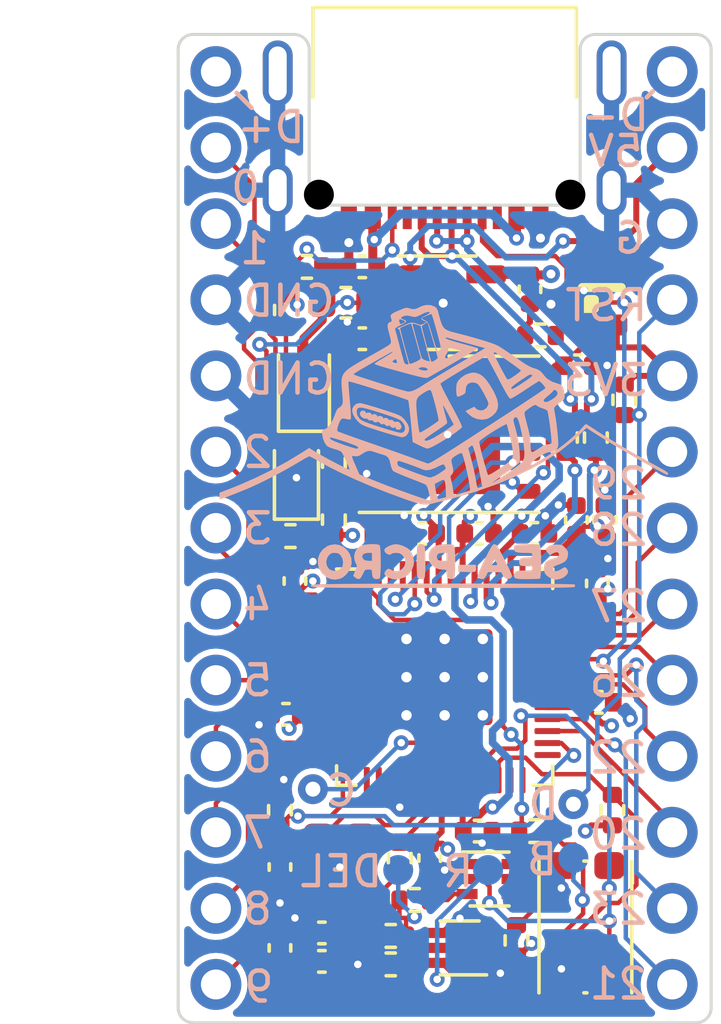
<source format=kicad_pcb>
(kicad_pcb (version 20211014) (generator pcbnew)
  (title_block (title "Sea Picro Reset") (date "2022-03-13") (rev "0.2") (company "Josh Johnson"))
  (layers (0 "F.Cu" signal) (1 "In1.Cu" signal) (2 "In2.Cu" signal) (31 "B.Cu" signal) (34 "B.Paste" user) (35 "F.Paste" user) (36 "B.SilkS" user "B.Silkscreen") (37 "F.SilkS" user "F.Silkscreen") (38 "B.Mask" user) (39 "F.Mask" user) (44 "Edge.Cuts" user))
  (net 0 "")
  (net 1 "GND")
  (net 2 "Net-(J1-PadA5)")
  (net 3 "Net-(J1-PadB5)")
  (net 4 "+5V")
  (net 5 "VBUS")
  (net 6 "Net-(D2-Pad2)")
  (net 7 "+3V3")
  (net 8 "/nRST")
  (net 9 "Net-(C6-Pad2)")
  (net 10 "Net-(C7-Pad2)")
  (net 11 "+1V1")
  (net 12 "Net-(D1-Pad2)")
  (net 14 "/LED_DO")
  (net 15 "/9")
  (net 16 "/8")
  (net 17 "/7")
  (net 18 "/6")
  (net 19 "/5")
  (net 20 "/4")
  (net 21 "/3_SCL1")
  (net 22 "/2_SDA1")
  (net 23 "/1_RX0")
  (net 24 "/0_TX0")
  (net 25 "/A3")
  (net 26 "/A2")
  (net 27 "/A1")
  (net 28 "/A0")
  (net 29 "/22_SCK")
  (net 30 "/20_MISO")
  (net 31 "/23_MOSI")
  (net 32 "/21_nCS")
  (net 33 "/FLASH_nCS")
  (net 34 "/USB+")
  (net 35 "/USB-")
  (net 36 "Net-(R9-Pad2)")
  (net 37 "/SWDCLK")
  (net 38 "/SWDIO")
  (net 40 "/FLASH_SD1")
  (net 41 "/FLASH_SD2")
  (net 42 "/FLASH_SD0")
  (net 43 "/FLASH_SCK")
  (net 44 "/FLASH_SD3")
  (net 45 "/D+")
  (net 46 "/D-")
  (net 47 "/SWITCH")
  (net 48 "/VBUS_DETECT")
  (net 49 "Net-(C19-Pad1)")
  (net 51 "Net-(Q1-Pad3)")
  (net 52 "Net-(Q1-Pad4)")
  (net 53 "/BOOT")
  (net 54 "Net-(R10-Pad1)")
  (net 64 "Net-(R11-Pad1)")
  (footprint "josh-connectors:Castellated_Short_P2.54x12" (layer "F.Cu") (at 133.8 78.58)
    (fp_text reference "J3" hide)
    (fp_text value "0.1\" x 12" hide)
  )
  (footprint "josh-connectors:Castellated_Short_P2.54x12" (layer "F.Cu") (at 118.56 106.52 180)
    (fp_text reference "J2" hide)
    (fp_text value "0.1\" x 12" hide)
  )
  (footprint "Resistor_SMD:R_0402_1005Metric" (layer "F.Cu") (at 121.05 91.55)
    (fp_text reference "R16" hide)
    (fp_text value "2K2")
  )
  (footprint "Capacitor_SMD:C_0402_1005Metric" (layer "F.Cu") (at 120.7 105.3 90)
    (fp_text reference "C19" hide)
    (fp_text value "4u7" hide)
  )
  (footprint "Resistor_SMD:R_0402_1005Metric" (layer "F.Cu") (at 122.5 91 90)
    (fp_text reference "R6" hide)
    (fp_text value "5K1" hide)
  )
  (footprint "Capacitor_SMD:C_0402_1005Metric" (layer "F.Cu") (at 131.55 91.01 90)
    (fp_text reference "C10" hide)
    (fp_text value "100n" hide)
  )
  (footprint "Capacitor_SMD:C_0402_1005Metric" (layer "F.Cu") (at 125.7 102.3 -90)
    (fp_text reference "C8" hide)
    (fp_text value "100n" hide)
  )
  (footprint "Capacitor_SMD:C_0402_1005Metric" (layer "F.Cu") (at 120.9 97.5 180)
    (fp_text reference "C11" hide)
    (fp_text value "100n" hide)
  )
  (footprint "Package_TO_SOT_SMD:SOT-23-5" (layer "F.Cu") (at 126.45 83.76)
    (fp_text reference "U1" hide)
    (fp_text value "AP7365-33WG-7 " hide)
  )
  (footprint "Resistor_SMD:R_0402_1005Metric" (layer "F.Cu") (at 122.5 89.1 90)
    (fp_text reference "R10" hide)
    (fp_text value "5K1" hide)
  )
  (footprint "josh-led:WS2812C-2020" (layer "F.Cu") (at 131.4 83.55 90)
    (fp_text reference "D3" hide)
    (fp_text value "WS2812C-2020" hide)
  )
  (footprint "Package_SON:WSON-8-1EP_6x5mm_P1.27mm_EP3.4x4mm" (layer "F.Cu") (at 126.35 88.15)
    (fp_text reference "U2" hide)
    (fp_text value "GD25Q64CWIGR")
  )
  (footprint "Resistor_SMD:R_0402_1005Metric" (layer "F.Cu") (at 124.7 102.3 90)
    (fp_text reference "R9" hide)
    (fp_text value "1K" hide)
  )
  (footprint "Resistor_SMD:R_0402_1005Metric" (layer "F.Cu") (at 130.25 88.26 -90)
    (fp_text reference "R7" hide)
    (fp_text value "27R" hide)
  )
  (footprint "Capacitor_SMD:C_0402_1005Metric" (layer "F.Cu") (at 129.05 83.31 -90)
    (fp_text reference "C2" hide)
    (fp_text value "4u7" hide)
  )
  (footprint "josh-connectors:USB-C_MID_MOUNT_918-418K2024S40000" (layer "F.Cu") (at 126.2 73.9)
    (fp_text reference "J1" hide)
    (fp_text value "USB_C_Receptacle_USB2.0")
    (fp_line (start 4.525 3) (end 4.525 6.6) (layer "Edge.Cuts") (width 0.1))
    (fp_line (start -4.525 6.6) (end 4.525 6.6) (layer "Edge.Cuts") (width 0.1))
    (fp_line (start -4.525 3) (end -4.525 6.6) (layer "Edge.Cuts") (width 0.1))
  )
  (footprint "Resistor_SMD:R_0402_1005Metric" (layer "F.Cu") (at 132.2 87 -90)
    (fp_text reference "R4" hide)
    (fp_text value "5K1" hide)
  )
  (footprint "Capacitor_SMD:C_0402_1005Metric" (layer "F.Cu") (at 121.2 93.05 90)
    (fp_text reference "C15" hide)
    (fp_text value "100n" hide)
  )
  (footprint "Resistor_SMD:R_0402_1005Metric" (layer "F.Cu") (at 124.4 105.85 180)
    (fp_text reference "R11" hide)
    (fp_text value "51K")
  )
  (footprint "Capacitor_SMD:C_0402_1005Metric" (layer "F.Cu") (at 122.1 104.8)
    (fp_text reference "C7" hide)
    (fp_text value "15p" hide)
  )
  (footprint "Resistor_SMD:R_0402_1005Metric" (layer "F.Cu") (at 129.2 101.4)
    (fp_text reference "R15" hide)
    (fp_text value "1K" hide)
  )
  (footprint "Capacitor_SMD:C_0402_1005Metric" (layer "F.Cu") (at 127.35 91.46 180)
    (fp_text reference "C12" hide)
    (fp_text value "1u" hide)
  )
  (footprint "Capacitor_SMD:C_0402_1005Metric" (layer "F.Cu") (at 122.1 105.75 180)
    (fp_text reference "C5" hide)
    (fp_text value "4u7" hide)
  )
  (footprint "Capacitor_SMD:C_0402_1005Metric" (layer "F.Cu") (at 123.45 84.96 180)
    (fp_text reference "C1" hide)
    (fp_text value "4u7" hide)
  )
  (footprint "josh-connectors:PinHeader_1x01_P2.54mm_Circle" (layer "F.Cu") (at 118.56 76.04)
    (fp_text reference "J4" hide)
    (fp_text value "D+")
  )
  (footprint "josh-buttons-switches:SW_Push_KMR2" (layer "F.Cu") (at 130.9 104.6 90)
    (fp_text reference "SW1" hide)
    (fp_text value "SWITCH")
  )
  (footprint "Resistor_SMD:R_0402_1005Metric" (layer "F.Cu") (at 131.8 100.7 90)
    (fp_text reference "R12" hide)
    (fp_text value "5K1" hide)
  )
  (footprint "Resistor_SMD:R_0402_1005Metric" (layer "F.Cu") (at 128.6 105.05 90)
    (fp_text reference "R5" hide)
    (fp_text value "5K1" hide)
  )
  (footprint "Resistor_SMD:R_0402_1005Metric" (layer "F.Cu") (at 120.7 100.7 90)
    (fp_text reference "R17" hide)
    (fp_text value "5K1")
  )
  (footprint "Resistor_SMD:R_0402_1005Metric" (layer "F.Cu") (at 120.9 84 -90)
    (fp_text reference "R3" hide)
    (fp_text value "2K2")
  )
  (footprint "Resistor_SMD:R_0402_1005Metric" (layer "F.Cu") (at 129.4 84.85)
    (fp_text reference "R1" hide)
    (fp_text value "5K1" hide)
  )
  (footprint "josh-passives-smt:Fuse_0603_1608Metric" (layer "F.Cu") (at 122.9 83.76)
    (fp_text reference "F1" hide)
    (fp_text value "500mA" hide)
  )
  (footprint "Package_TO_SOT_SMD:SOT-563" (layer "F.Cu") (at 127.7 103)
    (fp_text reference "Q1" hide)
    (fp_text value "2N7002VC-7")
  )
  (footprint "Capacitor_SMD:C_0402_1005Metric" (layer "F.Cu") (at 120.7 102.6 90)
    (fp_text reference "C6" hide)
    (fp_text value "15p" hide)
  )
  (footprint "josh-dfn-qfn:RP2040-QFN-56" (layer "F.Cu") (at 126.2 96.26)
    (fp_text reference "U3" hide)
    (fp_text value "RP2040" hide)
  )
  (footprint "Resistor_SMD:R_0402_1005Metric" (layer "F.Cu") (at 125.2 103.7 180)
    (fp_text reference "R13" hide)
    (fp_text value "51K" hide)
  )
  (footprint "josh-connectors:PinHeader_1x01_P2.54mm_Circle" (layer "F.Cu") (at 133.8 76.04)
    (fp_text reference "J5" hide)
    (fp_text value "D-")
  )
  (footprint "Capacitor_SMD:C_0402_1005Metric" (layer "F.Cu") (at 130.65 85.86)
    (fp_text reference "C4" hide)
    (fp_text value "100n" hide)
  )
  (footprint "Capacitor_SMD:C_0402_1005Metric" (layer "F.Cu") (at 129.2 91.46)
    (fp_text reference "C9" hide)
    (fp_text value "1u" hide)
  )
  (footprint "Capacitor_SMD:C_0402_1005Metric" (layer "F.Cu") (at 127.3 101.4)
    (fp_text reference "C17" hide)
    (fp_text value "100n" hide)
  )
  (footprint "Capacitor_SMD:C_0402_1005Metric" (layer "F.Cu") (at 131.35 97.1)
    (fp_text reference "C14" hide)
    (fp_text value "100n" hide)
  )
  (footprint "josh-oscillators:Crystal_SMD_2520-4Pin_2.5x2.0mm" (layer "F.Cu") (at 122.7 102.6 90)
    (fp_text reference "Y1" hide)
    (fp_text value "12MHz")
  )
  (footprint "LED_SMD:LED_0603_1608Metric" (layer "F.Cu") (at 121.25 89.5 90)
    (fp_text reference "D2" hide)
    (fp_text value "LED" hide)
  )
  (footprint "Resistor_SMD:R_0402_1005Metric" (layer "F.Cu") (at 121.6 82.56 180)
    (fp_text reference "R2" hide)
    (fp_text value "5K1" hide)
  )
  (footprint "Capacitor_SMD:C_0402_1005Metric" (layer "F.Cu") (at 125.45 91.46 180)
    (fp_text reference "C18" hide)
    (fp_text value "100n" hide)
  )
  (footprint "Diode_SMD:D_SOD-323" (layer "F.Cu") (at 121.5 86.55 90)
    (fp_text reference "D1" hide)
    (fp_text value "B5817WS" hide)
  )
  (footprint "Package_TO_SOT_SMD:SOT-563" (layer "F.Cu") (at 126.7 105.3 180)
    (fp_text reference "Q2" hide)
    (fp_text value "2N7002VC-7")
  )
  (footprint "Capacitor_SMD:C_0402_1005Metric" (layer "F.Cu") (at 130.6 91.01 90)
    (fp_text reference "C13" hide)
    (fp_text value "100n" hide)
  )
  (footprint "Capacitor_SMD:C_0402_1005Metric" (layer "F.Cu") (at 123.45 82.56 180)
    (fp_text reference "C3" hide)
    (fp_text value "4u7" hide)
  )
  (footprint "Capacitor_SMD:C_0402_1005Metric" (layer "F.Cu") (at 131.3 93.13 90)
    (fp_text reference "C16" hide)
    (fp_text value "100n" hide)
  )
  (footprint "Resistor_SMD:R_0402_1005Metric" (layer "F.Cu") (at 124.4 104.9 180)
    (fp_text reference "R14" hide)
    (fp_text value "51K" hide)
  )
  (footprint "Resistor_SMD:R_0402_1005Metric" (layer "F.Cu") (at 131.25 88.26 -90)
    (fp_text reference "R8" hide)
    (fp_text value "27R" hide)
  )
  (footprint "josh-test-point:TestPoint_SMDPad_D1.0mm_NO_SILK" (layer "B.Cu") (at 127.65 102.7 180)
    (fp_text reference "TP1" hide)
    (fp_text value "nRST")
  )
  (footprint "josh-test-point:TestPoint_THTPad_D1.0mm_Drill0.5mm_NO_SILK" (layer "B.Cu") (at 130.5 100.5 180)
    (fp_text reference "TP5" hide)
    (fp_text value "IO")
  )
  (footprint "josh-test-point:TestPoint_SMDPad_D1.0mm_NO_SILK" (layer "B.Cu") (at 130.5 102.3 180)
    (fp_text reference "TP3" hide)
    (fp_text value "BOOT")
  )
  (footprint "josh-test-point:TestPoint_SMDPad_D1.0mm_NO_SILK" (layer "B.Cu") (at 124.65 102.7 180)
    (fp_text reference "TP2" hide)
    (fp_text value "DELAY")
  )
  (footprint "josh-logos:sea-picro-silk" (layer "B.Cu") (at 126.2 88.6 180)
    (fp_text reference "LOGO2" hide)
    (fp_text value "Sea-Picro" hide)
  )
  (footprint "josh-test-point:TestPoint_THTPad_D1.0mm_Drill0.5mm_NO_SILK" (layer "B.Cu") (at 121.8 100 180)
    (fp_text reference "TP4" hide)
    (fp_text value "CLK")
  )
  (footprint "josh-logos:OSHW_Logo_3.6x3.6_F.Mask" (layer "B.Cu") (at 126.2 99.8 180)
    (fp_text reference "LOGO1" hide)
    (fp_text value "Logo_Open_Hardware_Small" hide)
  )
  (gr_line (start 119.75 77.25) (end 119.25 76.75) (layer "B.SilkS") (width 0.15))
  (gr_line (start 133.15 76.7) (end 132.95 76.9) (layer "B.SilkS") (width 0.15))
  (gr_line (start 117.3 75.3) (end 117.3 107.3) (layer "Edge.Cuts") (width 0.1))
  (gr_line (start 117.8 107.8) (end 134.6 107.8) (layer "Edge.Cuts") (width 0.1))
  (gr_line (start 131.225 74.8) (end 134.6 74.8) (layer "Edge.Cuts") (width 0.1))
  (gr_line (start 121.175 74.8) (end 117.8 74.8) (layer "Edge.Cuts") (width 0.1))
  (gr_arc (start 130.725 75.3) (mid 130.871447 74.946447) (end 131.225 74.8) (layer "Edge.Cuts") (width 0.1))
  (gr_arc (start 117.3 75.3) (mid 117.446447 74.946447) (end 117.8 74.8) (layer "Edge.Cuts") (width 0.1))
  (gr_line (start 121.675 76.9) (end 121.675 75.3) (layer "Edge.Cuts") (width 0.1))
  (gr_line (start 135.1 107.3) (end 135.1 75.3) (layer "Edge.Cuts") (width 0.1))
  (gr_arc (start 135.1 107.3) (mid 134.953553 107.653553) (end 134.6 107.8) (layer "Edge.Cuts") (width 0.1))
  (gr_arc (start 134.6 74.8) (mid 134.953553 74.946447) (end 135.1 75.3) (layer "Edge.Cuts") (width 0.1))
  (gr_arc (start 117.8 107.8) (mid 117.446447 107.653553) (end 117.3 107.3) (layer "Edge.Cuts") (width 0.1))
  (gr_line (start 130.725 76.9) (end 130.725 75.3) (layer "Edge.Cuts") (width 0.1))
  (gr_arc (start 121.175 74.8) (mid 121.528553 74.946447) (end 121.675 75.3) (layer "Edge.Cuts") (width 0.1))
  (gr_text "23" (at 132 104) (layer "B.SilkS") (effects (font (size 1 1)) (justify mirror)))
  (gr_text "21" (at 132 106.5) (layer "B.SilkS") (effects (font (size 1 1)) (justify mirror)))
  (gr_text "GND" (at 121 86.3) (layer "B.SilkS") (effects (font (size 1 1)) (justify mirror)))
  (gr_text "27" (at 132.004762 93.9) (layer "B.SilkS") (effects (font (size 1 1)) (justify mirror)))
  (gr_text "G" (at 132.4 81.6) (layer "B.SilkS") (effects (font (size 1 1)) (justify mirror)))
  (gr_text "4" (at 119.95 93.833332) (layer "B.SilkS") (effects (font (size 1 1)) (justify mirror)))
  (gr_text "7" (at 119.95 101.45833) (layer "B.SilkS") (effects (font (size 1 1)) (justify mirror)))
  (gr_text "9" (at 120 106.6) (layer "B.SilkS") (effects (font (size 1 1)) (justify mirror)))
  (gr_text "1" (at 119.85 81.95) (layer "B.SilkS") (effects (font (size 1 1)) (justify mirror)))
  (gr_text "3" (at 119.95 91.3) (layer "B.SilkS") (effects (font (size 1 1)) (justify mirror)))
  (gr_text "D+" (at 120.4 77.9) (layer "B.SilkS") (effects (font (size 1 1)) (justify mirror)))
  (gr_text "28" (at 132.004762 91.35) (layer "B.SilkS") (effects (font (size 1 1)) (justify mirror)))
  (gr_text "C" (at 122.75 100.05) (layer "B.SilkS") (effects (font (size 1 1)) (justify mirror)))
  (gr_text "RST" (at 131.6 83.85) (layer "B.SilkS") (effects (font (size 1 1)) (justify mirror)))
  (gr_text "R" (at 126.65 102.75) (layer "B.SilkS") (effects (font (size 1 1)) (justify mirror)))
  (gr_text "29" (at 132 89.8) (layer "B.SilkS") (effects (font (size 1 1)) (justify mirror)))
  (gr_text "GND" (at 121 83.7) (layer "B.SilkS") (effects (font (size 1 1)) (justify mirror)))
  (gr_text "B" (at 129.45 102.35) (layer "B.SilkS") (effects (font (size 1 1)) (justify mirror)))
  (gr_text "5V" (at 131.9 78.7) (layer "B.SilkS") (effects (font (size 1 1)) (justify mirror)))
  (gr_text "26" (at 132 96.4) (layer "B.SilkS") (effects (font (size 1 1)) (justify mirror)))
  (gr_text "5" (at 119.95 96.374998) (layer "B.SilkS") (effects (font (size 1 1)) (justify mirror)))
  (gr_text "DEL" (at 122.75 102.75) (layer "B.SilkS") (effects (font (size 1 1)) (justify mirror)))
  (gr_text "8" (at 119.95 104) (layer "B.SilkS") (effects (font (size 1 1)) (justify mirror)))
  (gr_text "D" (at 129.5 100.5) (layer "B.SilkS") (effects (font (size 1 1)) (justify mirror)))
  (gr_text "D-" (at 131.9 77.5) (layer "B.SilkS") (effects (font (size 1 1)) (justify mirror)))
  (gr_text "0" (at 119.55 79.9) (layer "B.SilkS") (effects (font (size 1 1)) (justify mirror)))
  (gr_text "2" (at 119.95 88.75) (layer "B.SilkS") (effects (font (size 1 1)) (justify mirror)))
  (gr_text "20" (at 132 101.5) (layer "B.SilkS") (effects (font (size 1 1)) (justify mirror)))
  (gr_text "22" (at 132 98.95) (layer "B.SilkS") (effects (font (size 1 1)) (justify mirror)))
  (gr_text "6" (at 119.95 98.916664) (layer "B.SilkS") (effects (font (size 1 1)) (justify mirror)))
  (gr_text "3V3" (at 131.57619 86.35) (layer "B.SilkS") (effects (font (size 1 1)) (justify mirror)))
  (segment (start 121.2 104.32) (end 120.7 104.82) (width 0.2) (layer "F.Cu") (net 1))
  (segment (start 128.89 84.85) (end 128.89 84.56) (width 0.2) (layer "F.Cu") (net 1))
  (segment (start 131.649529 92.300471) (end 131.651967 92.300471) (width 0.2) (layer "F.Cu") (net 1))
  (segment (start 124.97 90.979503) (end 124.850497 90.86) (width 0.2) (layer "F.Cu") (net 1))
  (segment (start 130.1 102.35) (end 130.1 103.29911) (width 0.2) (layer "F.Cu") (net 1))
  (segment (start 126.4 102.5) (end 126.2 102.7) (width 0.2) (layer "F.Cu") (net 1))
  (segment (start 121.62 104.8) (end 121.62 104.72) (width 0.2) (layer "F.Cu") (net 1))
  (segment (start 123.4 101.9) (end 122.7 102.6) (width 0.2) (layer "F.Cu") (net 1))
  (segment (start 121.2 104.3) (end 121.2 104.32) (width 0.2) (layer "F.Cu") (net 1))
  (segment (start 125.3125 83.76) (end 126.140045 83.76) (width 0.3) (layer "F.Cu") (net 1))
  (segment (start 126.13 104.8) (end 126.619477 104.310523) (width 0.2) (layer "F.Cu") (net 1))
  (segment (start 127.83 91.46) (end 127.83 90.74) (width 0.2) (layer "F.Cu") (net 1))
  (segment (start 129.05 83.79) (end 129.06713 83.80713) (width 0.3) (layer "F.Cu") (net 1))
  (segment (start 131.3 92.65) (end 131.649529 92.300471) (width 0.2) (layer "F.Cu") (net 1))
  (segment (start 120.42 97.5) (end 120.35 97.5) (width 0.2) (layer "F.Cu") (net 1))
  (segment (start 122.7 102.6) (end 122.7 102.775) (width 0.2) (layer "F.Cu") (net 1))
  (segment (start 120.7 103.08) (end 120.7 103.8) (width 0.2) (layer "F.Cu") (net 1))
  (segment (start 122.7 102.775) (end 122 103.475) (width 0.2) (layer "F.Cu") (net 1))
  (segment (start 121.63 92.57) (end 121.8 92.4) (width 0.2) (layer "F.Cu") (net 1))
  (segment (start 124.758585 100.6) (end 124.7 100.6) (width 0.2) (layer "F.Cu") (net 1))
  (segment (start 125.2 99.6975) (end 125.2 100.158585) (width 0.2) (layer "F.Cu") (net 1))
  (segment (start 123.6 89.466046) (end 123.596977 89.463023) (width 0.2) (layer "F.Cu") (net 1))
  (segment (start 131.85 97.1) (end 132.4 97.65) (width 0.2) (layer "F.Cu") (net 1))
  (segment (start 121.62 104.72) (end 121.2 104.3) (width 0.2) (layer "F.Cu") (net 1))
  (segment (start 130.57 90.53) (end 130.55 90.51) (width 0.2) (layer "F.Cu") (net 1))
  (segment (start 123.4 101.725) (end 123.4 101.9) (width 0.2) (layer "F.Cu") (net 1))
  (segment (start 120.7 100.19) (end 120.7 99.807202) (width 0.2) (layer "F.Cu") (net 1))
  (segment (start 126.12 102.78) (end 126.2 102.7) (width 0.2) (layer "F.Cu") (net 1))
  (segment (start 129.4 80.9) (end 129.4 81.6) (width 0.3) (layer "F.Cu") (net 1))
  (segment (start 121.2 92.57) (end 121.63 92.57) (width 0.2) (layer "F.Cu") (net 1))
  (segment (start 127.45 105.8) (end 127.715446 105.8) (width 0.2) (layer "F.Cu") (net 1))
  (segment (start 131.83 97.1) (end 131.85 97.1) (width 0.2) (layer "F.Cu") (net 1))
  (segment (start 123 80.9) (end 123 81.75) (width 0.3) (layer "F.Cu") (net 1))
  (segment (start 123.89 105.85) (end 123.3 105.85) (width 0.2) (layer "F.Cu") (net 1))
  (segment (start 127.83 90.74) (end 127.65 90.56) (width 0.2) (layer "F.Cu") (net 1))
  (segment (start 130.1 103.29911) (end 130.097625 103.301485) (width 0.2) (layer "F.Cu") (net 1))
  (segment (start 130.55 90.51) (end 130 90.51) (width 0.2) (layer "F.Cu") (net 1))
  (segment (start 126.619477 104.310523) (end 126.710523 104.310523) (width 0.2) (layer "F.Cu") (net 1))
  (segment (start 127.45 101.73) (end 127.45 101.8) (width 0.2) (layer "F.Cu") (net 1))
  (segment (start 120.35 97.5) (end 120 97.85) (width 0.2) (layer "F.Cu") (net 1))
  (segment (start 122.97 82.56) (end 122.11 82.56) (width 0.3) (layer "F.Cu") (net 1))
  (segment (start 120.7 99.807202) (end 120.827966 99.679236) (width 0.2) (layer "F.Cu") (net 1))
  (segment (start 121.62 105.75) (end 121.62 104.8) (width 0.2) (layer "F.Cu") (net 1))
  (segment (start 128.89 84.56) (end 129.05 84.4) (width 0.2) (layer "F.Cu") (net 1))
  (segment (start 126.95 102.5) (end 126.4 102.5) (width 0.2) (layer "F.Cu") (net 1))
  (segment (start 129.05 84.4) (end 129.05 83.79) (width 0.2) (layer "F.Cu") (net 1))
  (segment (start 125.7 102.78) (end 126.12 102.78) (width 0.2) (layer "F.Cu") (net 1))
  (segment (start 131.55 90.53) (end 131.55 90.01) (width 0.2) (layer "F.Cu") (net 1))
  (segment (start 130.85 82.65) (end 130.85 83.35) (width 0.2) (layer "F.Cu") (net 1))
  (segment (start 123.6 90.065) (end 123.6 89.466046) (width 0.2) (layer "F.Cu") (net 1))
  (segment (start 122.97 84.41947) (end 122.950032 84.399502) (width 0.3) (layer "F.Cu") (net 1))
  (segment (start 131.6155 85.86) (end 131.6255 85.85) (width 0.2) (layer "F.Cu") (net 1))
  (segment (start 124.97 91.46) (end 124.97 90.979503) (width 0.2) (layer "F.Cu") (net 1))
  (segment (start 126.140045 83.76) (end 126.151561 83.771516) (width 0.3) (layer "F.Cu") (net 1))
  (segment (start 129.06713 83.80713) (end 129.75 83.80713) (width 0.3) (layer "F.Cu") (net 1))
  (segment (start 123 81.75) (end 123 82.53) (width 0.3) (layer "F.Cu") (net 1))
  (segment (start 127.78 101.4) (end 127.45 101.73) (width 0.2) (layer "F.Cu") (net 1))
  (segment (start 123 82.53) (end 122.97 82.56) (width 0.3) (layer "F.Cu") (net 1))
  (segment (start 125.2 100.158585) (end 124.758585 100.6) (width 0.2) (layer "F.Cu") (net 1))
  (segment (start 129.68 90.990001) (end 129.561757 90.871758) (width 0.2) (layer "F.Cu") (net 1))
  (segment (start 127.715446 105.8) (end 128.060247 106.144801) (width 0.2) (layer "F.Cu") (net 1))
  (segment (start 125.95 104.8) (end 126.13 104.8) (width 0.2) (layer "F.Cu") (net 1))
  (segment (start 130.1 106.65) (end 130.1 106) (width 0.2) (layer "F.Cu") (net 1))
  (segment (start 131.13 85.86) (end 131.6155 85.86) (width 0.2) (layer "F.Cu") (net 1))
  (segment (start 122.97 84.96) (end 122.97 84.41947) (width 0.3) (layer "F.Cu") (net 1))
  (segment (start 121.25 90.2875) (end 121.25 89.6) (width 0.15) (layer "F.Cu") (net 1))
  (segment (start 129.68 91.46) (end 129.68 90.990001) (width 0.2) (layer "F.Cu") (net 1))
  (via (at 120.7 103.8) (size 0.5) (drill 0.25) (layers "F.Cu" "B.Cu") (net 1))
  (via (at 126.2 102.7) (size 0.5) (drill 0.25) (layers "F.Cu" "B.Cu") (net 1))
  (via (at 130.85 83.35) (size 0.5) (drill 0.25) (layers "F.Cu" "B.Cu") (net 1))
  (via (at 132.4 97.65) (size 0.5) (drill 0.25) (layers "F.Cu" "B.Cu") (net 1))
  (via (at 122.950032 84.399502) (size 0.5) (drill 0.25) (layers "F.Cu" "B.Cu") (net 1))
  (via (at 131.6255 85.85) (size 0.5) (drill 0.25) (layers "F.Cu" "B.Cu") (net 1))
  (via (at 129.561757 90.871758) (size 0.5) (drill 0.25) (layers "F.Cu" "B.Cu") (net 1))
  (via (at 126.710523 104.310523) (size 0.5) (drill 0.25) (layers "F.Cu" "B.Cu") (net 1))
  (via (at 128.060247 106.144801) (size 0.5) (drill 0.25) (layers "F.Cu" "B.Cu") (net 1))
  (via (at 121.25 89.6) (size 0.5) (drill 0.25) (layers "F.Cu" "B.Cu") (net 1))
  (via (at 122.7 102.6) (size 0.5) (drill 0.25) (layers "F.Cu" "B.Cu") (net 1))
  (via (at 120.827966 99.679236) (size 0.5) (drill 0.25) (layers "F.Cu" "B.Cu") (net 1))
  (via (at 120 97.85) (size 0.5) (drill 0.25) (layers "F.Cu" "B.Cu") (net 1))
  (via (at 126.3 88.16) (size 0.5) (drill 0.25) (layers "F.Cu" "B.Cu") (net 1))
  (via (at 126.151561 83.771516) (size 0.6) (drill 0.3) (layers "F.Cu" "B.Cu") (net 1))
  (via (at 127.65 90.56) (size 0.5) (drill 0.25) (layers "F.Cu" "B.Cu") (net 1))
  (via (at 129.75 83.80713) (size 0.6) (drill 0.3) (layers "F.Cu" "B.Cu") (net 1))
  (via (at 129.4 81.6) (size 0.6) (drill 0.3) (layers "F.Cu" "B.Cu") (net 1))
  (via (at 130 90.51) (size 0.5) (drill 0.25) (layers "F.Cu" "B.Cu") (net 1))
  (via (at 130.097625 103.301485) (size 0.5) (drill 0.25) (layers "F.Cu" "B.Cu") (net 1))
  (via (at 130.1 106) (size 0.5) (drill 0.25) (layers "F.Cu" "B.Cu") (net 1))
  (via (at 121.8 92.4) (size 0.5) (drill 0.25) (layers "F.Cu" "B.Cu") (net 1))
  (via (at 121.2 104.3) (size 0.5) (drill 0.25) (layers "F.Cu" "B.Cu") (net 1))
  (via (at 131.55 90.01) (size 0.5) (drill 0.25) (layers "F.Cu" "B.Cu") (net 1))
  (via (at 127.45 101.8) (size 0.5) (drill 0.25) (layers "F.Cu" "B.Cu") (net 1))
  (via (at 131.651967 92.300471) (size 0.5) (drill 0.25) (layers "F.Cu" "B.Cu") (net 1))
  (via (at 124.7 100.6) (size 0.5) (drill 0.25) (layers "F.Cu" "B.Cu") (net 1))
  (via (at 123.3 105.85) (size 0.5) (drill 0.25) (layers "F.Cu" "B.Cu") (net 1))
  (via (at 123.596977 89.463023) (size 0.5) (drill 0.25) (layers "F.Cu" "B.Cu") (net 1))
  (via (at 124.850497 90.86) (size 0.5) (drill 0.25) (layers "F.Cu" "B.Cu") (net 1))
  (via (at 123 81.75) (size 0.6) (drill 0.3) (layers "F.Cu" "B.Cu") (net 1))
  (segment (start 130.274501 82.582743) (end 129.891758 82.2) (width 0.15) (layer "F.Cu") (net 2))
  (segment (start 130.274501 84.485499) (end 130.274501 82.582743) (width 0.15) (layer "F.Cu") (net 2))
  (segment (start 129.891758 82.2) (end 127.95 82.2) (width 0.15) (layer "F.Cu") (net 2))
  (segment (start 127.95 82.2) (end 127.45 81.7) (width 0.15) (layer "F.Cu") (net 2))
  (segment (start 127.45 81.7) (end 127.45 80.9) (width 0.15) (layer "F.Cu") (net 2))
  (segment (start 129.91 84.85) (end 130.274501 84.485499) (width 0.15) (layer "F.Cu") (net 2))
  (segment (start 121.09 82.56) (end 121.6 82.05) (width 0.15) (layer "F.Cu") (net 3))
  (segment (start 121.6 82.05) (end 121.6 81.96697) (width 0.15) (layer "F.Cu") (net 3))
  (segment (start 124.45 80.9) (end 124.45 82) (width 0.15) (layer "F.Cu") (net 3))
  (via (at 124.45 82) (size 0.5) (drill 0.25) (layers "F.Cu" "B.Cu") (net 3))
  (via (at 121.6 81.96697) (size 0.5) (drill 0.25) (layers "F.Cu" "B.Cu") (net 3))
  (segment (start 124.45 82) (end 124.1 82.35) (width 0.15) (layer "B.Cu") (net 3))
  (segment (start 121.98303 82.35) (end 121.6 81.96697) (width 0.15) (layer "B.Cu") (net 3))
  (segment (start 124.1 82.35) (end 121.98303 82.35) (width 0.15) (layer "B.Cu") (net 3))
  (segment (start 124.18 84.71) (end 125.3125 84.71) (width 0.3) (layer "F.Cu") (net 4))
  (segment (start 125.049152 82.250814) (end 125.049152 82.546652) (width 0.2) (layer "F.Cu") (net 4))
  (segment (start 126.15 82.81) (end 125.3125 82.81) (width 0.3) (layer "F.Cu") (net 4))
  (segment (start 122.5 85.6) (end 121.5 86.6) (width 0.3) (layer "F.Cu") (net 4))
  (segment (start 133.8 78.58) (end 132.6 79.78) (width 0.2) (layer "F.Cu") (net 4))
  (segment (start 130.3 81.7) (end 130.15 81.7) (width 0.2) (layer "F.Cu") (net 4))
  (segment (start 126.2 84.71) (end 126.8 84.11) (width 0.3) (layer "F.Cu") (net 4))
  (segment (start 123.93 84.96) (end 123.29 85.6) (width 0.3) (layer "F.Cu") (net 4))
  (segment (start 126.8 84.11) (end 126.8 83.46) (width 0.3) (layer "F.Cu") (net 4))
  (segment (start 123.93 84.96) (end 124.18 84.71) (width 0.3) (layer "F.Cu") (net 4))
  (segment (start 121.5 86.6) (end 121.5 87.6) (width 0.3) (layer "F.Cu") (net 4))
  (segment (start 126.8 83.46) (end 126.15 82.81) (width 0.3) (layer "F.Cu") (net 4))
  (segment (start 125.049152 82.546652) (end 125.3125 82.81) (width 0.2) (layer "F.Cu") (net 4))
  (segment (start 132.15 81.7) (end 130.3 81.7) (width 0.2) (layer "F.Cu") (net 4))
  (segment (start 132.6 81.25) (end 132.15 81.7) (width 0.2) (layer "F.Cu") (net 4))
  (segment (start 123.29 85.6) (end 122.5 85.6) (width 0.3) (layer "F.Cu") (net 4))
  (segment (start 125.3125 84.71) (end 126.2 84.71) (width 0.3) (layer "F.Cu") (net 4))
  (segment (start 132.6 79.78) (end 132.6 81.25) (width 0.2) (layer "F.Cu") (net 4))
  (via (at 130.15 81.7) (size 0.5) (drill 0.25) (layers "F.Cu" "B.Cu") (net 4))
  (via (at 125.049152 82.250814) (size 0.5) (drill 0.25) (layers "F.Cu" "B.Cu") (net 4))
  (segment (start 125.049152 81.800848) (end 125.049152 82.250814) (width 0.2) (layer "B.Cu") (net 4))
  (segment (start 128.25 82.25) (end 127.199511 81.199511) (width 0.2) (layer "B.Cu") (net 4))
  (segment (start 129.6 82.25) (end 128.25 82.25) (width 0.2) (layer "B.Cu") (net 4))
  (segment (start 130.15 81.7) (end 129.6 82.25) (width 0.2) (layer "B.Cu") (net 4))
  (segment (start 127.199511 81.199511) (end 125.650489 81.199511) (width 0.2) (layer "B.Cu") (net 4))
  (segment (start 125.650489 81.199511) (end 125.049152 81.800848) (width 0.2) (layer "B.Cu") (net 4))
  (segment (start 123.93 83.5175) (end 123.6875 83.76) (width 0.3) (layer "F.Cu") (net 5))
  (segment (start 123.8 80.9) (end 123.8 82.43) (width 0.3) (layer "F.Cu") (net 5))
  (segment (start 120.249519 85.375019) (end 120.022773 85.148273) (width 0.15) (layer "F.Cu") (net 5))
  (segment (start 122.9595 83.76) (end 122.9495 83.75) (width 0.15) (layer "F.Cu") (net 5))
  (segment (start 123.93 82.56) (end 123.93 83.5175) (width 0.3) (layer "F.Cu") (net 5))
  (segment (start 123.8 82.43) (end 123.93 82.56) (width 0.3) (layer "F.Cu") (net 5))
  (segment (start 120.54 91.55) (end 120.54 91.19) (width 0.15) (layer "F.Cu") (net 5))
  (segment (start 128.6 80.9) (end 128.6 81.6) (width 0.3) (layer "F.Cu") (net 5))
  (segment (start 120.249519 90.899519) (end 120.249519 85.375019) (width 0.15) (layer "F.Cu") (net 5))
  (segment (start 120.54 91.19) (end 120.249519 90.899519) (width 0.15) (layer "F.Cu") (net 5))
  (segment (start 123.6875 83.76) (end 122.9595 83.76) (width 0.15) (layer "F.Cu") (net 5))
  (via (at 123.85 81.65) (size 0.5) (drill 0.25) (layers "F.Cu" "B.Cu") (net 5))
  (via (at 120.022773 85.148273) (size 0.5) (drill 0.25) (layers "F.Cu" "B.Cu") (net 5))
  (via (at 128.6 81.6) (size 0.5) (drill 0.25) (layers "F.Cu" "B.Cu") (net 5))
  (via (at 122.9495 83.75) (size 0.5) (drill 0.25) (layers "F.Cu" "B.Cu") (net 5))
  (segment (start 122.9495 83.75) (end 122.65 83.75) (width 0.15) (layer "B.Cu") (net 5))
  (segment (start 128.6 81.6) (end 127.8 80.8) (width 0.3) (layer "B.Cu") (net 5))
  (segment (start 122.65 83.75) (end 121.251727 85.148273) (width 0.15) (layer "B.Cu") (net 5))
  (segment (start 121.251727 85.148273) (end 120.022773 85.148273) (width 0.15) (layer "B.Cu") (net 5))
  (segment (start 124.7 80.8) (end 123.85 81.65) (width 0.3) (layer "B.Cu") (net 5))
  (segment (start 127.8 80.8) (end 124.7 80.8) (width 0.3) (layer "B.Cu") (net 5))
  (segment (start 121.1 88.8125) (end 121.1 88.2) (width 0.15) (layer "F.Cu") (net 6))
  (segment (start 120.9 88) (end 120.9 84.46) (width 0.15) (layer "F.Cu") (net 6))
  (segment (start 121.1 88.2) (end 120.9 88) (width 0.15) (layer "F.Cu") (net 6))
  (segment (start 129.6375 97.26) (end 130.71 97.26) (width 0.2) (layer "F.Cu") (net 7))
  (segment (start 130.87 97.1) (end 130.87 97.212996) (width 0.2) (layer "F.Cu") (net 7))
  (segment (start 130.87 97.212996) (end 131.466524 97.80952) (width 0.2) (layer "F.Cu") (net 7))
  (segment (start 130.78 85.25) (end 130.17 85.86) (width 0.2) (layer "F.Cu") (net 7))
  (segment (start 129.03 82.81) (end 129.05 82.83) (width 0.3) (layer "F.Cu") (net 7))
  (segment (start 130.88 91.21) (end 131.3 91.21) (width 0.2) (layer "F.Cu") (net 7))
  (segment (start 126.8 92.8225) (end 126.8 92.01) (width 0.2) (layer "F.Cu") (net 7))
  (segment (start 121.38 97.5) (end 121.38 97.599146) (width 0.2) (layer "F.Cu") (net 7))
  (segment (start 128.564284 92.11) (end 129.98 92.11) (width 0.2) (layer "F.Cu") (net 7))
  (segment (start 120.9 83.4501) (end 121.2755 83.8256) (width 0.2) (layer "F.Cu") (net 7))
  (segment (start 129.8875 92.8225) (end 130.61 92.1) (width 0.2) (layer "F.Cu") (net 7))
  (segment (start 126.8 92.01) (end 126.8 91.53) (width 0.2) (layer "F.Cu") (net 7))
  (segment (start 126.4 99.6975) (end 126.4 100.6) (width 0.2) (layer "F.Cu") (net 7))
  (segment (start 131.466524 97.80952) (end 131.70139 97.80952) (width 0.2) (layer "F.Cu") (net 7))
  (segment (start 121.746582 97.5) (end 121.38 97.5) (width 0.2) (layer "F.Cu") (net 7))
  (segment (start 126.87 91.46) (end 126.87 91.078901) (width 0.2) (layer "F.Cu") (net 7))
  (segment (start 121.88 93.53) (end 122.01 93.66) (width 0.2) (layer "F.Cu") (net 7))
  (segment (start 131.70139 97.80952) (end 131.77401 97.88214) (width 0.2) (layer "F.Cu") (net 7))
  (segment (start 131.95 85.25) (end 132.85 85.25) (width 0.2) (layer "F.Cu") (net 7))
  (segment (start 130.61 92.1) (end 130.96 92.1) (width 0.2) (layer "F.Cu") (net 7))
  (segment (start 129.6375 93.66) (end 131.25 93.66) (width 0.2) (layer "F.Cu") (net 7))
  (segment (start 126.8 91.53) (end 126.87 91.46) (width 0.2) (layer "F.Cu") (net 7))
  (segment (start 131.3 91.24) (end 131.3 91.21) (width 0.2) (layer "F.Cu") (net 7))
  (segment (start 126.87 91.078901) (end 127.058296 90.890605) (width 0.2) (layer "F.Cu") (net 7))
  (segment (start 130.96 92.1) (end 131.55 91.51) (width 0.2) (layer "F.Cu") (net 7))
  (segment (start 122.7625 97.26) (end 121.986582 97.26) (width 0.2) (layer "F.Cu") (net 7))
  (segment (start 126.4 92.8225) (end 126.4 92.21) (width 0.2) (layer "F.Cu") (net 7))
  (segment (start 131.55 91.49) (end 131.3 91.24) (width 0.2) (layer "F.Cu") (net 7))
  (segment (start 122.01 93.66) (end 122.7625 93.66) (width 0.2) (layer "F.Cu") (net 7))
  (segment (start 127.5875 82.81) (end 129.03 82.81) (width 0.3) (layer "F.Cu") (net 7))
  (segment (start 131.2 85.25) (end 131.95 85.25) (width 0.2) (layer "F.Cu") (net 7))
  (segment (start 126.4 92.21) (end 126.6 92.01) (width 0.2) (layer "F.Cu") (net 7))
  (segment (start 131.3 93.61) (end 131.35 93.61) (width 0.2) (layer "F.Cu") (net 7))
  (segment (start 128.6 105.61) (end 128.64 105.61) (width 0.2) (layer "F.Cu") (net 7))
  (segment (start 123.110501 91.51) (end 123.1255 91.524999) (width 0.2) (layer "F.Cu") (net 7))
  (segment (start 129.72 82.83) (end 129.75 82.8) (width 0.3) (layer "F.Cu") (net 7))
  (segment (start 130.6 91.49) (end 130.88 91.21) (width 0.2) (layer "F.Cu") (net 7))
  (segment (start 121.2 93.53) (end 121.68 93.05) (width 0.2) (layer "F.Cu") (net 7))
  (segment (start 132.54 86.2) (end 132.1 86.64) (width 0.2) (layer "F.Cu") (net 7))
  (segment (start 131.09 101.21) (end 130.9 101.4) (width 0.2) (layer "F.Cu") (net 7))
  (segment (start 121.38 97.599146) (end 121.006859 97.972287) (width 0.2) (layer "F.Cu") (net 7))
  (segment (start 126.1 100.9) (end 126.1 101.42) (width 0.2) (layer "F.Cu") (net 7))
  (segment (start 121.2 93.53) (end 121.88 93.53) (width 0.2) (layer "F.Cu") (net 7))
  (segment (start 131.8 101.21) (end 131.09 101.21) (width 0.2) (layer "F.Cu") (net 7))
  (segment (start 129.505 86.245) (end 128.9625 86.245) (width 0.2) (layer "F.Cu") (net 7))
  (segment (start 126.6 92.01) (end 126.8 92.01) (width 0.2) (layer "F.Cu") (net 7))
  (segment (start 128.4 92.8225) (end 128.4 92.274284) (width 0.2) (layer "F.Cu") (net 7))
  (segment (start 129.98 92.11) (end 130.6 91.49) (width 0.2) (layer "F.Cu") (net 7))
  (segment (start 126.1 101.42) (end 125.7 101.82) (width 0.2) (layer "F.Cu") (net 7))
  (segment (start 121.986582 97.26) (end 121.746582 97.5) (width 0.2) (layer "F.Cu") (net 7))
  (segment (start 130.71 97.26) (end 130.87 97.1) (width 0.2) (layer "F.Cu") (net 7))
  (segment (start 121.68 93.05) (end 121.8 93.05) (width 0.2) (layer "F.Cu") (net 7))
  (segment (start 128.8 92.8225) (end 129.8875 92.8225) (width 0.2) (layer "F.Cu") (net 7))
  (segment (start 131.2 85.25) (end 131.1 85.25) (width 0.2) (layer "F.Cu") (net 7))
  (segment (start 131.1 85.25) (end 130.78 85.25) (width 0.2) (layer "F.Cu") (net 7))
  (segment (start 131.35 93.61) (end 131.65 93.31) (width 0.2) (layer "F.Cu") (net 7))
  (segment (start 132.85 85.25) (end 133.8 86.2) (width 0.2) (layer "F.Cu") (net 7))
  (segment (start 130.17 85.86) (end 129.89 85.86) (width 0.2) (layer "F.Cu") (net 7))
  (segment (start 131.95 84.5) (end 131.95 85.25) (width 0.2) (layer "F.Cu") (net 7))
  (segment (start 131.25 93.66) (end 131.3 93.61) (width 0.2) (layer "F.Cu") (net 7))
  (segment (start 133.8 86.2) (end 132.54 86.2) (width 0.2) (layer "F.Cu") (net 7))
  (segment (start 129.05 82.83) (end 129.72 82.83) (width 0.3) (layer "F.Cu") (net 7))
  (segment (start 131.55 91.51) (end 131.55 91.49) (width 0.2) (layer "F.Cu") (net 7))
  (segment (start 129.89 85.86) (end 129.505 86.245) (width 0.2) (layer "F.Cu") (net 7))
  (segment (start 122.4 91.51) (end 123.110501 91.51) (width 0.2) (layer "F.Cu") (net 7))
  (segment (start 126.12 101.82) (end 126.3 102) (width 0.2) (layer "F.Cu") (net 7))
  (segment (start 128.4 92.274284) (end 128.564284 92.11) (width 0.2) (layer "F.Cu") (net 7))
  (segment (start 125.7 101.82) (end 126.12 101.82) (width 0.2) (layer "F.Cu") (net 7))
  (segment (start 128.64 105.61) (end 129.1 105.15) (width 0.2) (layer "F.Cu") (net 7))
  (segment (start 126.4 100.6) (end 126.1 100.9) (width 0.2) (layer "F.Cu") (net 7))
  (via (at 126.3 102) (size 0.5) (drill 0.25) (layers "F.Cu" "B.Cu") (net 7))
  (via (at 130.9 101.4) (size 0.5) (drill 0.25) (layers "F.Cu" "B.Cu") (net 7))
  (via (at 131.77401 97.88214) (size 0.5) (drill 0.25) (layers "F.Cu" "B.Cu") (net 7))
  (via (at 131.3 91.21) (size 0.5) (drill 0.25) (layers "F.Cu" "B.Cu") (net 7))
  (via (at 121.2755 83.8256) (size 0.5) (drill 0.25) (layers "F.Cu" "B.Cu") (net 7))
  (via (at 131.65 93.31) (size 0.5) (drill 0.25) (layers "F.Cu" "B.Cu") (net 7))
  (via (at 127.058296 90.890605) (size 0.5) (drill 0.25) (layers "F.Cu" "B.Cu") (net 7))
  (via (at 123.1255 91.524999) (size 0.5) (drill 0.25) (layers "F.Cu" "B.Cu") (net 7))
  (via (at 129.1 105.15) (size 0.5) (drill 0.25) (layers "F.Cu" "B.Cu") (net 7))
  (via (at 121.8 93.05) (size 0.5) (drill 0.25) (layers "F.Cu" "B.Cu") (net 7))
  (via (at 129.75 82.8) (size 0.6) (drill 0.3) (layers "F.Cu" "B.Cu") (net 7))
  (via (at 121.006859 97.972287) (size 0.5) (drill 0.25) (layers "F.Cu" "B.Cu") (net 7))
  (segment (start 132.60452 103.19548) (end 132 103.8) (width 0.15) (layer "F.Cu") (net 8))
  (segment (start 128.15 98.95) (end 128 99.1) (width 0.15) (layer "F.Cu") (net 8))
  (segment (start 127.25 106.95) (end 126.8 106.5) (width 0.15) (layer "F.Cu") (net 8))
  (segment (start 131.69 100.19) (end 131 99.5) (width 0.15) (layer "F.Cu") (net 8))
  (segment (start 128 99.1) (end 128 99.6975) (width 0.15) (layer "F.Cu") (net 8))
  (segment (start 131.8 100.19) (end 132.60452 100.99452) (width 0.15) (layer "F.Cu") (net 8))
  (segment (start 125.95 106.35) (end 125.95 105.8) (width 0.15) (layer "F.Cu") (net 8))
  (segment (start 128.464283 106.95) (end 127.25 106.95) (width 0.15) (layer "F.Cu") (net 8))
  (segment (start 131.614283 103.8) (end 128.464283 106.95) (width 0.15) (layer "F.Cu") (net 8))
  (segment (start 128.901771 98.95) (end 128.15 98.95) (width 0.15) (layer "F.Cu") (net 8))
  (segment (start 131 99.5) (end 129.451771 99.5) (width 0.15) (layer "F.Cu") (net 8))
  (segment (start 131.8 100.19) (end 131.69 100.19) (width 0.15) (layer "F.Cu") (net 8))
  (segment (start 126.1 105.8) (end 126.8 106.5) (width 0.15) (layer "F.Cu") (net 8))
  (segment (start 125.95 105.8) (end 126.1 105.8) (width 0.15) (layer "F.Cu") (net 8))
  (segment (start 132 103.8) (end 131.614283 103.8) (width 0.15) (layer "F.Cu") (net 8))
  (segment (start 129.451771 99.5) (end 128.901771 98.95) (width 0.15) (layer "F.Cu") (net 8))
  (segment (start 132.60452 100.99452) (end 132.60452 103.19548) (width 0.15) (layer "F.Cu") (net 8))
  (via (at 125.95 106.35) (size 0.5) (drill 0.25) (layers "F.Cu" "B.Cu") (net 8))
  (segment (start 125.95 104.4) (end 127.65 102.7) (width 0.15) (layer "B.Cu") (net 8))
  (segment (start 125.95 106.35) (end 125.95 104.4) (width 0.15) (layer "B.Cu") (net 8))
  (segment (start 123.9 100.9) (end 122.825 100.9) (width 0.15) (layer "F.Cu") (net 9))
  (segment (start 124.2 101.2) (end 123.9 100.9) (width 0.15) (layer "F.Cu") (net 9))
  (segment (start 124.9 101.2) (end 124.2 101.2) (width 0.15) (layer "F.Cu") (net 9))
  (segment (start 125.6 99.6975) (end 125.6 100.5) (width 0.15) (layer "F.Cu") (net 9))
  (segment (start 121.095 101.725) (end 120.7 102.12) (width 0.15) (layer "F.Cu") (net 9))
  (segment (start 125.6 100.5) (end 124.9 101.2) (width 0.15) (layer "F.Cu") (net 9))
  (segment (start 122.825 100.9) (end 122 101.725) (width 0.15) (layer "F.Cu") (net 9))
  (segment (start 122 101.725) (end 121.095 101.725) (width 0.15) (layer "F.Cu") (net 9))
  (segment (start 123.4 103.475) (end 124.035 103.475) (width 0.15) (layer "F.Cu") (net 10))
  (segment (start 124.035 103.475) (end 124.7 102.81) (width 0.15) (layer "F.Cu") (net 10))
  (segment (start 122.58 104.295) (end 123.4 103.475) (width 0.15) (layer "F.Cu") (net 10))
  (segment (start 122.58 104.8) (end 122.58 104.295) (width 0.15) (layer "F.Cu") (net 10))
  (segment (start 126 92.8225) (end 126 91.53) (width 0.2) (layer "F.Cu") (net 11))
  (segment (start 126.8 101.38) (end 126.8 99.6975) (width 0.2) (layer "F.Cu") (net 11))
  (segment (start 127.62 100.6) (end 126.82 101.4) (width 0.25) (layer "F.Cu") (net 11))
  (segment (start 125.93 91.29) (end 125.5 90.86) (width 0.2) (layer "F.Cu") (net 11))
  (segment (start 128.72 90.937734) (end 128.777219 90.880515) (width 0.2) (layer "F.Cu") (net 11))
  (segment (start 125.93 91.46) (end 125.93 91.29) (width 0.2) (layer "F.Cu") (net 11))
  (segment (start 126 91.53) (end 125.93 91.46) (width 0.2) (layer "F.Cu") (net 11))
  (segment (start 128 92.8225) (end 128 92.18) (width 0.2) (layer "F.Cu") (net 11))
  (segment (start 127.8 100.6) (end 127.62 100.6) (width 0.25) (layer "F.Cu") (net 11))
  (segment (start 128.72 91.46) (end 128.72 90.937734) (width 0.2) (layer "F.Cu") (net 11))
  (segment (start 126.82 101.4) (end 126.8 101.38) (width 0.2) (layer "F.Cu") (net 11))
  (segment (start 128 92.18) (end 128.72 91.46) (width 0.2) (layer "F.Cu") (net 11))
  (via (at 125.5 90.86) (size 0.5) (drill 0.25) (layers "F.Cu" "B.Cu") (net 11))
  (via (at 127.8 100.6) (size 0.5) (drill 0.25) (layers "F.Cu" "B.Cu") (net 11))
  (via (at 128.777219 90.880515) (size 0.5) (drill 0.25) (layers "F.Cu" "B.Cu") (net 11))
  (segment (start 128.811243 90.880515) (end 128.777219 90.880515) (width 0.25) (layer "B.Cu") (net 11))
  (segment (start 127.95 100.6) (end 128.35 100.2) (width 0.25) (layer "B.Cu") (net 11))
  (segment (start 128.35 99) (end 127.8 98.45) (width 0.25) (layer "B.Cu") (net 11))
  (segment (start 128.35 100.2) (end 128.35 99) (width 0.25) (layer "B.Cu") (net 11))
  (segment (start 126.943807 94.35) (end 126.54308 93.949273) (width 0.25) (layer "B.Cu") (net 11))
  (segment (start 126.54308 93.949273) (end 126.54308 93.114654) (width 0.25) (layer "B.Cu") (net 11))
  (segment (start 127.8 98.45) (end 127.8 98.05) (width 0.25) (layer "B.Cu") (net 11))
  (segment (start 127.8 88.56) (end 129.368989 88.56) (width 0.25) (layer "B.Cu") (net 11))
  (segment (start 129.368989 88.56) (end 130.024501 89.215512) (width 0.25) (layer "B.Cu") (net 11))
  (segment (start 127.75 94.35) (end 126.943807 94.35) (width 0.25) (layer "B.Cu") (net 11))
  (segment (start 126.54308 93.114654) (end 128.777219 90.880515) (width 0.25) (layer "B.Cu") (net 11))
  (segment (start 128.15 97.7) (end 128.15 94.75) (width 0.25) (layer "B.Cu") (net 11))
  (segment (start 130.024501 89.667257) (end 128.811243 90.880515) (width 0.25) (layer "B.Cu") (net 11))
  (segment (start 130.024501 89.215512) (end 130.024501 89.667257) (width 0.25) (layer "B.Cu") (net 11))
  (segment (start 127.8 98.05) (end 128.15 97.7) (width 0.25) (layer "B.Cu") (net 11))
  (segment (start 128.15 94.75) (end 127.75 94.35) (width 0.25) (layer "B.Cu") (net 11))
  (segment (start 127.8 100.6) (end 127.95 100.6) (width 0.25) (layer "B.Cu") (net 11))
  (segment (start 125.5 90.86) (end 127.8 88.56) (width 0.25) (layer "B.Cu") (net 11))
  (segment (start 122.1125 84.3375) (end 121.5 84.95) (width 0.3) (layer "F.Cu") (net 12))
  (segment (start 122.1125 83.76) (end 122.1125 84.3375) (width 0.3) (layer "F.Cu") (net 12))
  (segment (start 121.5 84.95) (end 121.5 85.45) (width 0.3) (layer "F.Cu") (net 12))
  (segment (start 129.6375 95.66) (end 131.434011 95.66) (width 0.15) (layer "F.Cu") (net 14))
  (segment (start 131.6 83.75) (end 132.2 83.75) (width 0.15) (layer "F.Cu") (net 14))
  (segment (start 131.434011 95.66) (end 131.5 95.725989) (width 0.15) (layer "F.Cu") (net 14))
  (segment (start 130.85 84.5) (end 131.6 83.75) (width 0.15) (layer "F.Cu") (net 14))
  (via (at 131.5 95.725989) (size 0.5) (drill 0.25) (layers "F.Cu" "B.Cu") (net 14))
  (via (at 132.2 83.75) (size 0.5) (drill 0.25) (layers "F.Cu" "B.Cu") (net 14))
  (segment (start 132.2 95.025989) (end 131.5 95.725989) (width 0.15) (layer "B.Cu") (net 14))
  (segment (start 132.2 83.75) (end 132.2 95.025989) (width 0.15) (layer "B.Cu") (net 14))
  (segment (start 119.986786 100.074776) (end 119.986786 105.093214) (width 0.15) (layer "F.Cu") (net 15))
  (segment (start 120.299024 99.762538) (end 119.986786 100.074776) (width 0.15) (layer "F.Cu") (net 15))
  (segment (start 121.789542 98.33403) (end 121.323572 98.8) (width 0.15) (layer "F.Cu") (net 15))
  (segment (start 122.7625 98.06) (end 122.069094 98.06) (width 0.15) (layer "F.Cu") (net 15))
  (segment (start 120.399021 99.476365) (end 120.299024 99.576362) (width 0.15) (layer "F.Cu") (net 15))
  (segment (start 120.399022 99.239026) (end 120.399021 99.476365) (width 0.15) (layer "F.Cu") (net 15))
  (segment (start 121.795064 98.33403) (end 121.789542 98.33403) (width 0.15) (layer "F.Cu") (net 15))
  (segment (start 119.986786 105.093214) (end 118.56 106.52) (width 0.15) (layer "F.Cu") (net 15))
  (segment (start 121.323572 98.8) (end 120.838048 98.8) (width 0.15) (layer "F.Cu") (net 15))
  (segment (start 120.838048 98.8) (end 120.399022 99.239026) (width 0.15) (layer "F.Cu") (net 15))
  (segment (start 122.069094 98.06) (end 121.795064 98.33403) (width 0.15) (layer "F.Cu") (net 15))
  (segment (start 120.299024 99.576362) (end 120.299024 99.762538) (width 0.15) (layer "F.Cu") (net 15))
  (segment (start 119.63451 102.90549) (end 119.63451 99.817304) (width 0.15) (layer "F.Cu") (net 16))
  (segment (start 121.25 98.45) (end 121.665481 98.034519) (width 0.15) (layer "F.Cu") (net 16))
  (segment (start 120.099511 99.352303) (end 120.099511 99.100489) (width 0.15) (layer "F.Cu") (net 16))
  (segment (start 119.63451 99.817304) (end 120.099511 99.352303) (width 0.15) (layer "F.Cu") (net 16))
  (segment (start 121.671003 98.034519) (end 122.045522 97.66) (width 0.15) (layer "F.Cu") (net 16))
  (segment (start 120.099511 99.100489) (end 120.75 98.45) (width 0.15) (layer "F.Cu") (net 16))
  (segment (start 121.665481 98.034519) (end 121.671003 98.034519) (width 0.15) (layer "F.Cu") (net 16))
  (segment (start 122.045522 97.66) (end 122.7625 97.66) (width 0.15) (layer "F.Cu") (net 16))
  (segment (start 118.56 103.98) (end 119.63451 102.90549) (width 0.15) (layer "F.Cu") (net 16))
  (segment (start 120.75 98.45) (end 121.25 98.45) (width 0.15) (layer "F.Cu") (net 16))
  (segment (start 119.525499 98.096546) (end 119.525499 97.568992) (width 0.15) (layer "F.Cu") (net 17))
  (segment (start 118.56 100.468242) (end 119.7 99.328242) (width 0.15) (layer "F.Cu") (net 17))
  (segment (start 119.525499 97.568992) (end 120.234491 96.86) (width 0.15) (layer "F.Cu") (net 17))
  (segment (start 119.7 99.328242) (end 119.7 98.271047) (width 0.15) (layer "F.Cu") (net 17))
  (segment (start 118.56 101.44) (end 118.56 100.468242) (width 0.15) (layer "F.Cu") (net 17))
  (segment (start 120.234491 96.86) (end 122.7625 96.86) (width 0.15) (layer "F.Cu") (net 17))
  (segment (start 119.7 98.271047) (end 119.525499 98.096546) (width 0.15) (layer "F.Cu") (net 17))
  (segment (start 118.56 98.9) (end 118.56 97.934794) (width 0.15) (layer "F.Cu") (net 18))
  (segment (start 118.56 97.934794) (end 120.034794 96.46) (width 0.15) (layer "F.Cu") (net 18))
  (segment (start 120.034794 96.46) (end 122.7625 96.46) (width 0.15) (layer "F.Cu") (net 18))
  (segment (start 118.56 96.36) (end 119.64 96.36) (width 0.15) (layer "F.Cu") (net 19))
  (segment (start 119.64 96.36) (end 119.94 96.06) (width 0.15) (layer "F.Cu") (net 19))
  (segment (start 119.94 96.06) (end 122.7625 96.06) (width 0.15) (layer "F.Cu") (net 19))
  (segment (start 120.4 95.66) (end 118.56 93.82) (width 0.15) (layer "F.Cu") (net 20))
  (segment (start 122.7625 95.66) (end 120.4 95.66) (width 0.15) (layer "F.Cu") (net 20))
  (segment (start 119.7 94.272142) (end 119.7 93) (width 0.15) (layer "F.Cu") (net 21))
  (segment (start 119.7 93) (end 118.56 91.86) (width 0.15) (layer "F.Cu") (net 21))
  (segment (start 120.687858 95.26) (end 119.7 94.272142) (width 0.15) (layer "F.Cu") (net 21))
  (segment (start 118.56 91.86) (end 118.56 91.28) (width 0.15) (layer "F.Cu") (net 21))
  (segment (start 122.7625 95.26) (end 120.687858 95.26) (width 0.15) (layer "F.Cu") (net 21))
  (segment (start 118.56 88.74) (end 119.650498 89.830498) (width 0.15) (layer "F.Cu") (net 22))
  (segment (start 122.7625 94.86) (end 121.09 94.86) (width 0.15) (layer "F.Cu") (net 22))
  (segment (start 120.86 94.86) (end 120.81 94.86) (width 0.15) (layer "F.Cu") (net 22))
  (segment (start 119.999511 94.148083) (end 120.71143 94.86) (width 0.15) (layer "F.Cu") (net 22))
  (segment (start 119.999511 92.875939) (end 119.999511 94.148083) (width 0.15) (layer "F.Cu") (net 22))
  (segment (start 120.71143 94.86) (end 120.81 94.86) (width 0.15) (layer "F.Cu") (net 22))
  (segment (start 121.09 94.86) (end 120.81 94.86) (width 0.15) (layer "F.Cu") (net 22))
  (segment (start 119.650498 89.830498) (end 119.650498 92.526926) (width 0.15) (layer "F.Cu") (net 22))
  (segment (start 121.09 94.86) (end 120.86 94.86) (width 0.15) (layer "F.Cu") (net 22))
  (segment (start 119.650498 92.526926) (end 119.999511 92.875939) (width 0.15) (layer "F.Cu") (net 22))
  (segment (start 122.7625 94.46) (end 120.735 94.46) (width 0.15) (layer "F.Cu") (net 23))
  (segment (start 120 82.56) (end 118.56 81.12) (width 0.15) (layer "F.Cu") (net 23))
  (segment (start 120.299021 92.751877) (end 119.950008 92.402864) (width 0.15) (layer "F.Cu") (net 23))
  (segment (start 120.735 94.46) (end 120.299022 94.024022) (width 0.15) (layer "F.Cu") (net 23))
  (segment (start 120.299022 94.024022) (end 120.299021 92.751877) (width 0.15) (layer "F.Cu") (net 23))
  (segment (start 120 84.5) (end 120 82.56) (width 0.15) (layer "F.Cu") (net 23))
  (segment (start 119.5 85.3) (end 119.5 85) (width 0.15) (layer "F.Cu") (net 23))
  (segment (start 119.950008 85.750008) (end 119.5 85.3) (width 0.15) (layer "F.Cu") (net 23))
  (segment (start 119.950008 92.402864) (end 119.950008 85.750008) (width 0.15) (layer "F.Cu") (net 23))
  (segment (start 119.5 85) (end 120 84.5) (width 0.15) (layer "F.Cu") (net 23))
  (segment (start 120.55 84.988438) (end 120.35548 84.793918) (width 0.15) (layer "F.Cu") (net 24))
  (segment (start 121.05 91.868438) (end 121.05 91.231562) (width 0.15) (layer "F.Cu") (net 24))
  (segment (start 120.598531 92.319907) (end 121.05 91.868438) (width 0.15) (layer "F.Cu") (net 24))
  (segment (start 120.55 85.372612) (end 120.55 84.988438) (width 0.15) (layer "F.Cu") (net 24))
  (segment (start 120.35548 84.793918) (end 120.35548 82.381908) (width 0.15) (layer "F.Cu") (net 24))
  (segment (start 120.55048 85.373092) (end 120.55 85.372612) (width 0.15) (layer "F.Cu") (net 24))
  (segment (start 120.758572 94.06) (end 120.598531 93.899959) (width 0.15) (layer "F.Cu") (net 24))
  (segment (start 120.55048 90.732042) (end 120.55048 85.373092) (width 0.15) (layer "F.Cu") (net 24))
  (segment (start 120.598531 93.899959) (end 120.598531 92.319907) (width 0.15) (layer "F.Cu") (net 24))
  (segment (start 122.7625 94.06) (end 120.758572 94.06) (width 0.15) (layer "F.Cu") (net 24))
  (segment (start 119.84951 79.86951) (end 118.56 78.58) (width 0.15) (layer "F.Cu") (net 24))
  (segment (start 120.35548 82.381908) (end 119.84951 81.875938) (width 0.15) (layer "F.Cu") (net 24))
  (segment (start 119.84951 81.875938) (end 119.84951 79.86951) (width 0.15) (layer "F.Cu") (net 24))
  (segment (start 121.05 91.231562) (end 120.55048 90.732042) (width 0.15) (layer "F.Cu") (net 24))
  (segment (start 129.6375 94.06) (end 130.5 94.06) (width 0.15) (layer "F.Cu") (net 25))
  (segment (start 130.592366 94.152366) (end 132.047634 94.152366) (width 0.15) (layer "F.Cu") (net 25))
  (segment (start 132.047634 94.152366) (end 132.25 93.95) (width 0.15) (layer "F.Cu") (net 25))
  (segment (start 130.5 94.06) (end 130.592366 94.152366) (width 0.15) (layer "F.Cu") (net 25))
  (segment (start 132.25 93.95) (end 132.25 90.29) (width 0.15) (layer "F.Cu") (net 25))
  (segment (start 132.25 90.29) (end 133.8 88.74) (width 0.15) (layer "F.Cu") (net 25))
  (segment (start 132.65 94.05) (end 132.65 92.43) (width 0.15) (layer "F.Cu") (net 26))
  (segment (start 132.65 92.43) (end 133.8 91.28) (width 0.15) (layer "F.Cu") (net 26))
  (segment (start 129.6375 94.46) (end 132.24 94.46) (width 0.15) (layer "F.Cu") (net 26))
  (segment (start 132.24 94.46) (end 132.65 94.05) (width 0.15) (layer "F.Cu") (net 26))
  (segment (start 132.76 94.86) (end 133.8 93.82) (width 0.15) (layer "F.Cu") (net 27))
  (segment (start 129.6375 94.86) (end 132.76 94.86) (width 0.15) (layer "F.Cu") (net 27))
  (segment (start 132.691488 95.251488) (end 129.646012 95.251488) (width 0.15) (layer "F.Cu") (net 28))
  (segment (start 133.8 96.36) (end 132.691488 95.251488) (width 0.15) (layer "F.Cu") (net 28))
  (segment (start 129.646012 95.251488) (end 129.6375 95.26) (width 0.15) (layer "F.Cu") (net 28))
  (segment (start 130.611793 96.5) (end 132.15 96.5) (width 0.15) (layer "F.Cu") (net 29))
  (segment (start 132.9 98) (end 133.8 98.9) (width 0.15) (layer "F.Cu") (net 29))
  (segment (start 132.9 97.25) (end 132.9 98) (width 0.15) (layer "F.Cu") (net 29))
  (segment (start 129.6375 96.86) (end 130.251793 96.86) (width 0.15) (layer "F.Cu") (net 29))
  (segment (start 132.15 96.5) (end 132.9 97.25) (width 0.15) (layer "F.Cu") (net 29))
  (segment (start 130.251793 96.86) (end 130.611793 96.5) (width 0.15) (layer "F.Cu") (net 29))
  (segment (start 130.757146 98.06) (end 129.6375 98.06) (width 0.15) (layer "F.Cu") (net 30))
  (segment (start 133.8 101.107236) (end 131.411266 98.718502) (width 0.15) (layer "F.Cu") (net 30))
  (segment (start 133.8 101.44) (end 133.8 101.107236) (width 0.15) (layer "F.Cu") (net 30))
  (segment (start 131.411266 98.714121) (end 130.757146 98.06) (width 0.15) (layer "F.Cu") (net 30))
  (segment (start 131.411266 98.718502) (end 131.411266 98.714121) (width 0.15) (layer "F.Cu") (net 30))
  (segment (start 132.249511 96.200489) (end 132.6 95.85) (width 0.15) (layer "F.Cu") (net 31))
  (segment (start 129.6375 96.46) (end 130.228221 96.46) (width 0.15) (layer "F.Cu") (net 31))
  (segment (start 130.228221 96.46) (end 130.487732 96.200489) (width 0.15) (layer "F.Cu") (net 31))
  (segment (start 130.487732 96.200489) (end 130.735855 96.20049) (width 0.15) (layer "F.Cu") (net 31))
  (segment (start 130.735855 96.20049) (end 132.249511 96.200489) (width 0.15) (layer "F.Cu") (net 31))
  (via (at 132.6 95.85) (size 0.5) (drill 0.25) (layers "F.Cu" "B.Cu") (net 31))
  (segment (start 132.6 97.028953) (end 132.6 95.85) (width 0.15) (layer "B.Cu") (net 31))
  (segment (start 132.6 102.78) (end 132.6 98.121047) (width 0.15) (layer "B.Cu") (net 31))
  (segment (start 132.6 98.121047) (end 132.874501 97.846546) (width 0.15) (layer "B.Cu") (net 31))
  (segment (start 132.874501 97.846546) (end 132.874501 97.303454) (width 0.15) (layer "B.Cu") (net 31))
  (segment (start 132.874501 97.303454) (end 132.6 97.028953) (width 0.15) (layer "B.Cu") (net 31))
  (segment (start 133.8 103.98) (end 132.6 102.78) (width 0.15) (layer "B.Cu") (net 31))
  (segment (start 129.6375 97.66) (end 130.783572 97.66) (width 0.15) (layer "F.Cu") (net 32))
  (segment (start 131.645528 98.521956) (end 131.885767 98.521956) (width 0.15) (layer "F.Cu") (net 32))
  (segment (start 130.783572 97.66) (end 131.645528 98.521956) (width 0.15) (layer "F.Cu") (net 32))
  (via (at 131.885767 98.521956) (size 0.5) (drill 0.25) (layers "F.Cu" "B.Cu") (net 32))
  (segment (start 132.25 98.886189) (end 131.885767 98.521956) (width 0.15) (layer "B.Cu") (net 32))
  (segment (start 132.25 104.97) (end 132.25 98.886189) (width 0.15) (layer "B.Cu") (net 32))
  (segment (start 133.8 106.52) (end 132.25 104.97) (width 0.15) (layer "B.Cu") (net 32))
  (segment (start 122.5 87.4325) (end 123.6875 86.245) (width 0.15) (layer "F.Cu") (net 33))
  (segment (start 121.95 89.14) (end 122.5 88.59) (width 0.15) (layer "F.Cu") (net 33))
  (segment (start 123.6 93.15) (end 123.67548 93.22548) (width 0.15) (layer "F.Cu") (net 33))
  (segment (start 128.15 97.90285) (end 128.419453 98.172303) (width 0.15) (layer "F.Cu") (net 33))
  (segment (start 123.6 92.8225) (end 123.6 93.15) (width 0.15) (layer "F.Cu") (net 33))
  (segment (start 123.6 91.278953) (end 123.305567 90.98452) (width 0.15) (layer "F.Cu") (net 33))
  (segment (start 128.69 101.4) (end 128.773686 101.316314) (width 0.15) (layer "F.Cu") (net 33))
  (segment (start 123.67548 93.22548) (end 123.67548 93.323709) (width 0.15) (layer "F.Cu") (net 33))
  (segment (start 128.15 94.776835) (end 128.15 97.90285) (width 0.15) (layer "F.Cu") (net 33))
  (segment (start 123.305567 90.98452) (end 122.166082 90.98452) (width 0.15) (layer "F.Cu") (net 33))
  (segment (start 123.986786 93.813214) (end 124.523572 94.35) (width 0.15) (layer "F.Cu") (net 33))
  (segment (start 124.523572 94.35) (end 127.723165 94.35) (width 0.15) (layer "F.Cu") (net 33))
  (segment (start 128.773686 101.316314) (end 128.773686 100.655268) (width 0.15) (layer "F.Cu") (net 33))
  (segment (start 123.986786 93.635015) (end 123.986786 93.813214) (width 0.15) (layer "F.Cu") (net 33))
  (segment (start 127.723165 94.35) (end 128.15 94.776835) (width 0.15) (layer "F.Cu") (net 33))
  (segment (start 121.95 90.768438) (end 121.95 89.14) (width 0.15) (layer "F.Cu") (net 33))
  (segment (start 123.67548 93.323709) (end 123.986786 93.635015) (width 0.15) (layer "F.Cu") (net 33))
  (segment (start 122.166082 90.98452) (end 121.95 90.768438) (width 0.15) (layer "F.Cu") (net 33))
  (segment (start 122.5 88.59) (end 122.5 87.4325) (width 0.15) (layer "F.Cu") (net 33))
  (segment (start 123.6 92.8225) (end 123.6 91.278953) (width 0.15) (layer "F.Cu") (net 33))
  (via (at 128.419453 98.172303) (size 0.5) (drill 0.25) (layers "F.Cu" "B.Cu") (net 33))
  (via (at 128.773686 100.655268) (size 0.5) (drill 0.25) (layers "F.Cu" "B.Cu") (net 33))
  (segment (start 128.419453 98.172303) (end 128.773686 98.526536) (width 0.15) (layer "B.Cu") (net 33))
  (segment (start 128.773686 98.526536) (end 128.773686 100.655268) (width 0.15) (layer "B.Cu") (net 33))
  (segment (start 125.433386 81.928648) (end 125.703249 82.198511) (width 0.2) (layer "F.Cu") (net 34))
  (segment (start 125.433386 80.916614) (end 125.433386 81.928648) (width 0.2) (layer "F.Cu") (net 34))
  (segment (start 126.45 80.9) (end 126.432387 80.917613) (width 0.2) (layer "F.Cu") (net 34))
  (segment (start 130.55 87.45) (end 130.55 87.121435) (width 0.2) (layer "F.Cu") (net 34))
  (segment (start 125.703249 82.198511) (end 126.45 82.198511) (width 0.2) (layer "F.Cu") (net 34))
  (segment (start 125.45 80.9) (end 125.433386 80.916614) (width 0.2) (layer "F.Cu") (net 34))
  (segment (start 130.55 87.121435) (end 130.4 86.971435) (width 0.2) (layer "F.Cu") (net 34))
  (segment (start 130.25 87.75) (end 130.55 87.45) (width 0.2) (layer "F.Cu") (net 34))
  (segment (start 126.432387 80.917613) (end 126.432387 82.180898) (width 0.2) (layer "F.Cu") (net 34))
  (segment (start 126.432387 82.180898) (end 126.45 82.198511) (width 0.2) (layer "F.Cu") (net 34))
  (via (at 126.45 82.198511) (size 0.5) (drill 0.25) (layers "F.Cu" "B.Cu") (net 34))
  (via (at 130.4 86.971435) (size 0.5) (drill 0.25) (layers "F.Cu" "B.Cu") (net 34))
  (segment (start 130.4 86.05) (end 126.548511 82.198511) (width 0.2) (layer "B.Cu") (net 34))
  (segment (start 126.548511 82.198511) (end 126.45 82.198511) (width 0.2) (layer "B.Cu") (net 34))
  (segment (start 130.4 86.971435) (end 130.4 86.05) (width 0.2) (layer "B.Cu") (net 34))
  (segment (start 130.95 87.121435) (end 131.1 86.971435) (width 0.2) (layer "F.Cu") (net 35))
  (segment (start 130.95 87.45) (end 130.95 87.121435) (width 0.2) (layer "F.Cu") (net 35))
  (segment (start 126.95 80.9) (end 126.95 81.697512) (width 0.2) (layer "F.Cu") (net 35))
  (segment (start 125.95 81.681898) (end 125.932887 81.699011) (width 0.2) (layer "F.Cu") (net 35))
  (segment (start 125.95 80.9) (end 125.95 81.681898) (width 0.2) (layer "F.Cu") (net 35))
  (segment (start 131.25 87.75) (end 130.95 87.45) (width 0.2) (layer "F.Cu") (net 35))
  (segment (start 126.95 81.697512) (end 126.948501 81.699011) (width 0.2) (layer "F.Cu") (net 35))
  (via (at 131.1 86.971435) (size 0.5) (drill 0.25) (layers "F.Cu" "B.Cu") (net 35))
  (via (at 125.932887 81.699011) (size 0.5) (drill 0.25) (layers "F.Cu" "B.Cu") (net 35))
  (via (at 126.948501 81.699011) (size 0.5) (drill 0.25) (layers "F.Cu" "B.Cu") (net 35))
  (segment (start 131.1 86.971435) (end 131.1 86.127113) (width 0.2) (layer "B.Cu") (net 35))
  (segment (start 126.948501 81.975614) (end 126.948501 81.699011) (width 0.2) (layer "B.Cu") (net 35))
  (segment (start 126.948501 81.699011) (end 125.932887 81.699011) (width 0.2) (layer "B.Cu") (net 35))
  (segment (start 131.1 86.127113) (end 126.948501 81.975614) (width 0.2) (layer "B.Cu") (net 35))
  (segment (start 124.7 101.79) (end 124.733572 101.79) (width 0.15) (layer "F.Cu") (net 36))
  (segment (start 124.733572 101.79) (end 126 100.523572) (width 0.15) (layer "F.Cu") (net 36))
  (segment (start 126 100.523572) (end 126 99.6975) (width 0.15) (layer "F.Cu") (net 36))
  (segment (start 127.2 99.6975) (end 127.2 99.271771) (width 0.15) (layer "F.Cu") (net 37))
  (segment (start 126.878229 98.95) (end 126.378229 98.45) (width 0.15) (layer "F.Cu") (net 37))
  (segment (start 127.2 99.271771) (end 126.878229 98.95) (width 0.15) (layer "F.Cu") (net 37))
  (segment (start 126.378229 98.45) (end 124.75 98.45) (width 0.15) (layer "F.Cu") (net 37))
  (via (at 124.75 98.45) (size 0.5) (drill 0.25) (layers "F.Cu" "B.Cu") (net 37))
  (segment (start 123.2 100) (end 121.8 100) (width 0.15) (layer "B.Cu") (net 37))
  (segment (start 124.75 98.45) (end 123.2 100) (width 0.15) (layer "B.Cu") (net 37))
  (segment (start 127.6 98.95) (end 127.903196 98.646804) (width 0.15) (layer "F.Cu") (net 38))
  (segment (start 127.6 99.6975) (end 127.6 98.95) (width 0.15) (layer "F.Cu") (net 38))
  (segment (start 128.893954 98.368849) (end 128.893954 97.693954) (width 0.15) (layer "F.Cu") (net 38))
  (segment (start 127.903196 98.646804) (end 128.615999 98.646804) (width 0.15) (layer "F.Cu") (net 38))
  (segment (start 128.615999 98.646804) (end 128.893954 98.368849) (width 0.15) (layer "F.Cu") (net 38))
  (segment (start 128.893954 97.693954) (end 128.75 97.55) (width 0.15) (layer "F.Cu") (net 38))
  (via (at 128.75 97.55) (size 0.5) (drill 0.25) (layers "F.Cu" "B.Cu") (net 38))
  (segment (start 128.75 97.55) (end 130.25 97.55) (width 0.15) (layer "B.Cu") (net 38))
  (segment (start 131 98.3) (end 130.999999 100.000001) (width 0.15) (layer "B.Cu") (net 38))
  (segment (start 130.999999 100.000001) (end 130.5 100.5) (width 0.15) (layer "B.Cu") (net 38))
  (segment (start 130.25 97.55) (end 131 98.3) (width 0.15) (layer "B.Cu") (net 38))
  (segment (start 123.05 90.305381) (end 123.05 88.075) (width 0.15) (layer "F.Cu") (net 40))
  (segment (start 124 92.8225) (end 124 91.255381) (width 0.15) (layer "F.Cu") (net 40))
  (segment (start 123.05 88.075) (end 123.6 87.525) (width 0.15) (layer "F.Cu") (net 40))
  (segment (start 124 91.255381) (end 123.05 90.305381) (width 0.15) (layer "F.Cu") (net 40))
  (segment (start 124.3 89.31) (end 123.785 88.795) (width 0.15) (layer "F.Cu") (net 41))
  (segment (start 123.785 88.795) (end 123.6 88.795) (width 0.15) (layer "F.Cu") (net 41))
  (segment (start 124.3 92.16) (end 124.3 89.31) (width 0.15) (layer "F.Cu") (net 41))
  (segment (start 124.4 92.8225) (end 124.4 92.26) (width 0.15) (layer "F.Cu") (net 41))
  (segment (start 124.4 92.26) (end 124.3 92.16) (width 0.15) (layer "F.Cu") (net 41))
  (segment (start 128.7805 90.065) (end 128.462751 89.747251) (width 0.15) (layer "F.Cu") (net 42))
  (segment (start 124.8 92.8225) (end 124.8 93.41) (width 0.15) (layer "F.Cu") (net 42))
  (segment (start 129 90.065) (end 128.7805 90.065) (width 0.15) (layer "F.Cu") (net 42))
  (segment (start 124.8 93.41) (end 124.55 93.66) (width 0.15) (layer "F.Cu") (net 42))
  (via (at 124.55 93.66) (size 0.5) (drill 0.25) (layers "F.Cu" "B.Cu") (net 42))
  (via (at 128.462751 89.747251) (size 0.5) (drill 0.25) (layers "F.Cu" "B.Cu") (net 42))
  (segment (start 126.34951 90.928346) (end 127.530605 89.747251) (width 0.15) (layer "B.Cu") (net 42))
  (segment (start 127.530605 89.747251) (end 128.462751 89.747251) (width 0.15) (layer "B.Cu") (net 42))
  (segment (start 126.34951 91.86049) (end 126.34951 90.928346) (width 0.15) (layer "B.Cu") (net 42))
  (segment (start 124.55 93.66) (end 126.34951 91.86049) (width 0.15) (layer "B.Cu") (net 42))
  (segment (start 128.488118 89.097879) (end 128.475753 89.097879) (width 0.15) (layer "F.Cu") (net 43))
  (segment (start 128.790997 88.795) (end 128.488118 89.097879) (width 0.15) (layer "F.Cu") (net 43))
  (segment (start 125.2 92.8225) (end 125.2 93.81) (width 0.15) (layer "F.Cu") (net 43))
  (via (at 128.475753 89.097879) (size 0.5) (drill 0.25) (layers "F.Cu" "B.Cu") (net 43))
  (via (at 125.2 93.81) (size 0.5) (drill 0.25) (layers "F.Cu" "B.Cu") (net 43))
  (segment (start 124.35 94.16) (end 124.05 93.86) (width 0.15) (layer "B.Cu") (net 43))
  (segment (start 124.05 93.46) (end 126.05 91.46) (width 0.15) (layer "B.Cu") (net 43))
  (segment (start 127.756405 89.097879) (end 128.475753 89.097879) (width 0.15) (layer "B.Cu") (net 43))
  (segment (start 124.85 94.16) (end 124.35 94.16) (width 0.15) (layer "B.Cu") (net 43))
  (segment (start 125.2 93.81) (end 124.85 94.16) (width 0.15) (layer "B.Cu") (net 43))
  (segment (start 126.05 90.804284) (end 127.756405 89.097879) (width 0.15) (layer "B.Cu") (net 43))
  (segment (start 124.05 93.86) (end 124.05 93.46) (width 0.15) (layer "B.Cu") (net 43))
  (segment (start 126.05 91.46) (end 126.05 90.804284) (width 0.15) (layer "B.Cu") (net 43))
  (segment (start 125.6 93.41) (end 125.85 93.66) (width 0.15) (layer "F.Cu") (net 44))
  (segment (start 129.65 89.282769) (end 129.5 89.432769) (width 0.15) (layer "F.Cu") (net 44))
  (segment (start 125.6 92.8225) (end 125.6 93.41) (width 0.15) (layer "F.Cu") (net 44))
  (segment (start 129.65 88.01) (end 129.65 89.282769) (width 0.15) (layer "F.Cu") (net 44))
  (segment (start 129.165 87.525) (end 129.65 88.01) (width 0.15) (layer "F.Cu") (net 44))
  (via (at 125.85 93.66) (size 0.5) (drill 0.25) (layers "F.Cu" "B.Cu") (net 44))
  (via (at 129.5 89.432769) (size 0.5) (drill 0.25) (layers "F.Cu" "B.Cu") (net 44))
  (segment (start 125.85 93.031047) (end 129.448278 89.432769) (width 0.15) (layer "B.Cu") (net 44))
  (segment (start 125.85 93.66) (end 125.85 93.031047) (width 0.15) (layer "B.Cu") (net 44))
  (segment (start 129.448278 89.432769) (end 129.5 89.432769) (width 0.15) (layer "B.Cu") (net 44))
  (segment (start 127.2 93.599597) (end 127.067581 93.732016) (width 0.2) (layer "F.Cu") (net 45))
  (segment (start 127.2 92.8225) (end 127.2 93.599597) (width 0.2) (layer "F.Cu") (net 45))
  (segment (start 130.25 88.77) (end 130.549001 89.069001) (width 0.2) (layer "F.Cu") (net 45))
  (segment (start 130.549001 89.069001) (end 130.549001 89.35725) (width 0.2) (layer "F.Cu") (net 45))
  (via (at 127.067581 93.732016) (size 0.5) (drill 0.25) (layers "F.Cu" "B.Cu") (net 45))
  (via (at 130.549001 89.35725) (size 0.5) (drill 0.25) (layers "F.Cu" "B.Cu") (net 45))
  (segment (start 130.549001 89.35725) (end 130.549001 90.678155) (width 0.2) (layer "B.Cu") (net 45))
  (segment (start 127.2 93.599597) (end 127.067581 93.732016) (width 0.2) (layer "B.Cu") (net 45))
  (segment (start 127.2 93.215717) (end 127.2 93.599597) (width 0.2) (layer "B.Cu") (net 45))
  (segment (start 129.125245 92.101911) (end 128.313806 92.101911) (width 0.2) (layer "B.Cu") (net 45))
  (segment (start 128.313806 92.101911) (end 127.2 93.215717) (width 0.2) (layer "B.Cu") (net 45))
  (segment (start 130.549001 90.678155) (end 129.125245 92.101911) (width 0.2) (layer "B.Cu") (net 45))
  (segment (start 127.6 93.6255) (end 127.75 93.7755) (width 0.2) (layer "F.Cu") (net 46))
  (segment (start 131.25 89.297027) (end 131.198446 89.348581) (width 0.2) (layer "F.Cu") (net 46))
  (segment (start 127.6 92.8225) (end 127.6 93.6255) (width 0.2) (layer "F.Cu") (net 46))
  (segment (start 131.25 88.77) (end 131.25 89.297027) (width 0.2) (layer "F.Cu") (net 46))
  (via (at 131.198446 89.348581) (size 0.5) (drill 0.25) (layers "F.Cu" "B.Cu") (net 46))
  (via (at 127.75 93.7755) (size 0.5) (drill 0.25) (layers "F.Cu" "B.Cu") (net 46))
  (segment (start 131.048502 89.498525) (end 131.048502 90.744342) (width 0.2) (layer "B.Cu") (net 46))
  (segment (start 129.341422 92.451422) (end 128.458578 92.451422) (width 0.2) (layer "B.Cu") (net 46))
  (segment (start 128.458578 92.451422) (end 127.75 93.16) (width 0.2) (layer "B.Cu") (net 46))
  (segment (start 131.048502 90.744342) (end 129.341422 92.451422) (width 0.2) (layer "B.Cu") (net 46))
  (segment (start 131.198446 89.348581) (end 131.048502 89.498525) (width 0.2) (layer "B.Cu") (net 46))
  (segment (start 127.75 93.16) (end 127.75 93.7755) (width 0.2) (layer "B.Cu") (net 46))
  (segment (start 131.7 106.45) (end 131.7 104.4) (width 0.15) (layer "F.Cu") (net 47))
  (segment (start 131.7 102.35) (end 131.7 103.3) (width 0.15) (layer "F.Cu") (net 47))
  (segment (start 132.26 87.5) (end 132.7 87.5) (width 0.15) (layer "F.Cu") (net 47))
  (segment (start 127.45 103) (end 127.7 103.25) (width 0.15) (layer "F.Cu") (net 47))
  (segment (start 132.1 87.66) (end 132.26 87.5) (width 0.15) (layer "F.Cu") (net 47))
  (segment (start 126.95 103) (end 127.45 103) (width 0.15) (layer "F.Cu") (net 47))
  (segment (start 127.7 103.25) (end 127.7 103.8) (width 0.15) (layer "F.Cu") (net 47))
  (via (at 131.7 104.4) (size 0.5) (drill 0.25) (layers "F.Cu" "B.Cu") (net 47))
  (via (at 131.7 103.3) (size 0.5) (drill 0.25) (layers "F.Cu" "B.Cu") (net 47))
  (via (at 132.7 87.5) (size 0.5) (drill 0.25) (layers "F.Cu" "B.Cu") (net 47))
  (via (at 127.7 103.8) (size 0.5) (drill 0.25) (layers "F.Cu" "B.Cu") (net 47))
  (segment (start 128.3 104.4) (end 127.7 103.8) (width 0.15) (layer "B.Cu") (net 47))
  (segment (start 132.7 84.76) (end 132.7 87.5) (width 0.15) (layer "B.Cu") (net 47))
  (segment (start 131.7 103.9) (end 131.7 104.4) (width 0.15) (layer "B.Cu") (net 47))
  (segment (start 132.7 95) (end 132.7 87.5) (width 0.15) (layer "B.Cu") (net 47))
  (segment (start 133.8 83.66) (end 132.7 84.76) (width 0.15) (layer "B.Cu") (net 47))
  (segment (start 131.29951 97.62549) (end 132.05 96.875) (width 0.15) (layer "B.Cu") (net 47))
  (segment (start 131.29951 98.79951) (end 131.29951 97.62549) (width 0.15) (layer "B.Cu") (net 47))
  (segment (start 132.05 95.65) (end 132.7 95) (width 0.15) (layer "B.Cu") (net 47))
  (segment (start 131.7 103.3) (end 131.7 103.9) (width 0.15) (layer "B.Cu") (net 47))
  (segment (start 132.05 96.875) (end 132.05 95.65) (width 0.15) (layer "B.Cu") (net 47))
  (segment (start 131.7 99.2) (end 131.29951 98.79951) (width 0.15) (layer "B.Cu") (net 47))
  (segment (start 131.7 104.4) (end 128.3 104.4) (width 0.15) (layer "B.Cu") (net 47))
  (segment (start 131.7 103.3) (end 131.7 99.2) (width 0.15) (layer "B.Cu") (net 47))
  (segment (start 123.5 93.571801) (end 123.5 93.9) (width 0.15) (layer "F.Cu") (net 48))
  (segment (start 122.8 100.5) (end 122.4 100.9) (width 0.15) (layer "F.Cu") (net 48))
  (segment (start 123.8 94.2) (end 123.8 98.648229) (width 0.15) (layer "F.Cu") (net 48))
  (segment (start 121.96 91.95) (end 122.111562 91.95) (width 0.15) (layer "F.Cu") (net 48))
  (segment (start 123.37597 93.447771) (end 123.5 93.571801) (width 0.15) (layer "F.Cu") (net 48))
  (segment (start 123.375969 93.424197) (end 123.37597 93.447771) (width 0.15) (layer "F.Cu") (net 48))
  (segment (start 122.8 99.648229) (end 122.8 100.5) (width 0.15) (layer "F.Cu") (net 48))
  (segment (start 121.56 91.55) (end 121.96 91.95) (width 0.15) (layer "F.Cu") (net 48))
  (segment (start 123.8 98.648229) (end 122.8 99.648229) (width 0.15) (layer "F.Cu") (net 48))
  (segment (start 121.01 100.9) (end 120.7 101.21) (width 0.15) (layer "F.Cu") (net 48))
  (segment (start 122.111562 91.95) (end 122.311562 92.15) (width 0.15) (layer "F.Cu") (net 48))
  (segment (start 121.3 100.9) (end 121.01 100.9) (width 0.15) (layer "F.Cu") (net 48))
  (segment (start 122.311562 92.15) (end 122.311562 92.359791) (width 0.15) (layer "F.Cu") (net 48))
  (segment (start 122.4 100.9) (end 121.3 100.9) (width 0.15) (layer "F.Cu") (net 48))
  (segment (start 122.311562 92.359791) (end 123.375969 93.424197) (width 0.15) (layer "F.Cu") (net 48))
  (segment (start 129.6375 98.46) (end 130.099014 98.46) (width 0.15) (layer "F.Cu") (net 48))
  (segment (start 123.5 93.9) (end 123.8 94.2) (width 0.15) (layer "F.Cu") (net 48))
  (segment (start 130.099014 98.46) (end 130.511632 98.872618) (width 0.15) (layer "F.Cu") (net 48))
  (via (at 121.3 100.9) (size 0.5) (drill 0.25) (layers "F.Cu" "B.Cu") (net 48))
  (via (at 130.511632 98.872618) (size 0.5) (drill 0.25) (layers "F.Cu" "B.Cu") (net 48))
  (segment (start 130.511632 98.872618) (end 130.327382 98.872618) (width 0.15) (layer "B.Cu") (net 48))
  (segment (start 129 101.2) (end 124.5 101.2) (width 0.15) (layer "B.Cu") (net 48))
  (segment (start 130.327382 98.872618) (end 129.3 99.9) (width 0.15) (layer "B.Cu") (net 48))
  (segment (start 121.3 100.9) (end 124.2 100.9) (width 0.15) (layer "B.Cu") (net 48))
  (segment (start 129.3 100.9) (end 129 101.2) (width 0.15) (layer "B.Cu") (net 48))
  (segment (start 129.3 99.9) (end 129.3 100.9) (width 0.15) (layer "B.Cu") (net 48))
  (segment (start 124.2 100.9) (end 124.5 101.2) (width 0.15) (layer "B.Cu") (net 48))
  (segment (start 122.04548 106.28452) (end 122.58 105.75) (width 0.15) (layer "F.Cu") (net 49))
  (segment (start 124.88 104.83) (end 124.91 104.8) (width 0.15) (layer "F.Cu") (net 49))
  (segment (start 124.91 104.31) (end 124.91 104.8) (width 0.15) (layer "F.Cu") (net 49))
  (segment (start 123.08452 104.71548) (end 123.5 104.3) (width 0.15) (layer "F.Cu") (net 49))
  (segment (start 125.41 105.3) (end 124.91 104.8) (width 0.15) (layer "F.Cu") (net 49))
  (segment (start 124.7 104.3) (end 124.9 104.3) (width 0.15) (layer "F.Cu") (net 49))
  (segment (start 124.9 104.3) (end 124.91 104.31) (width 0.15) (layer "F.Cu") (net 49))
  (segment (start 121.20452 106.28452) (end 122.04548 106.28452) (width 0.15) (layer "F.Cu") (net 49))
  (segment (start 125.95 105.3) (end 125.41 105.3) (width 0.15) (layer "F.Cu") (net 49))
  (segment (start 124.91 104.31) (end 125.139786 104.31) (width 0.15) (layer "F.Cu") (net 49))
  (segment (start 124.69 104.29) (end 124.7 104.3) (width 0.15) (layer "F.Cu") (net 49))
  (segment (start 123.08452 105.24548) (end 123.08452 104.71548) (width 0.15) (layer "F.Cu") (net 49))
  (segment (start 122.58 105.75) (end 123.08452 105.24548) (width 0.15) (layer "F.Cu") (net 49))
  (segment (start 125.139786 104.31) (end 125.191978 104.257808) (width 0.15) (layer "F.Cu") (net 49))
  (segment (start 124.69 103.7) (end 124.69 104.29) (width 0.15) (layer "F.Cu") (net 49))
  (segment (start 123.5 104.3) (end 124.7 104.3) (width 0.15) (layer "F.Cu") (net 49))
  (segment (start 120.7 105.78) (end 121.20452 106.28452) (width 0.15) (layer "F.Cu") (net 49))
  (via (at 125.191978 104.257808) (size 0.5) (drill 0.25) (layers "F.Cu" "B.Cu") (net 49))
  (segment (start 125.191978 104.257808) (end 124.65 103.71583) (width 0.15) (layer "B.Cu") (net 49))
  (segment (start 124.65 103.71583) (end 124.65 102.7) (width 0.15) (layer "B.Cu") (net 49))
  (segment (start 126.3 103.7) (end 125.71 103.7) (width 0.15) (layer "F.Cu") (net 51))
  (segment (start 126.95 103.5) (end 126.5 103.5) (width 0.15) (layer "F.Cu") (net 51))
  (segment (start 126.5 103.5) (end 126.3 103.7) (width 0.15) (layer "F.Cu") (net 51))
  (segment (start 128.45 102.5) (end 129.1 102.5) (width 0.15) (layer "F.Cu") (net 52))
  (segment (start 129.1 104.09) (end 129.1 103.5) (width 0.15) (layer "F.Cu") (net 52))
  (segment (start 128.6 104.59) (end 129.1 104.09) (width 0.15) (layer "F.Cu") (net 52))
  (segment (start 129.1 102.5) (end 129.1 102.6) (width 0.15) (layer "F.Cu") (net 52))
  (segment (start 129.1 102.6) (end 129.1 103) (width 0.15) (layer "F.Cu") (net 52))
  (segment (start 127.89 105.3) (end 128.6 104.59) (width 0.15) (layer "F.Cu") (net 52))
  (segment (start 128.45 103) (end 129.1 103) (width 0.15) (layer "F.Cu") (net 52))
  (segment (start 129.1 103.5) (end 129.1 103) (width 0.15) (layer "F.Cu") (net 52))
  (segment (start 127.45 105.3) (end 127.89 105.3) (width 0.15) (layer "F.Cu") (net 52))
  (segment (start 129.1 103.5) (end 128.45 103.5) (width 0.15) (layer "F.Cu") (net 52))
  (segment (start 130.82452 104.151908) (end 129.514772 105.461656) (width 0.15) (layer "F.Cu") (net 53))
  (segment (start 126.980978 104.8) (end 127.45 104.8) (width 0.15) (layer "F.Cu") (net 53))
  (segment (start 128.371399 106.619312) (end 127.342884 106.619312) (width 0.15) (layer "F.Cu") (net 53))
  (segment (start 126.7 105.976428) (end 126.7 105.080978) (width 0.15) (layer "F.Cu") (net 53))
  (segment (start 129.514772 105.475939) (end 128.371399 106.619312) (width 0.15) (layer "F.Cu") (net 53))
  (segment (start 130.55 101.85) (end 130.16 101.85) (width 0.15) (layer "F.Cu") (net 53))
  (segment (start 130.55 101.85) (end 130.82452 102.12452) (width 0.15) (layer "F.Cu") (net 53))
  (segment (start 130.82452 102.12452) (end 130.82452 104.151908) (width 0.15) (layer "F.Cu") (net 53))
  (segment (start 127.342884 106.619312) (end 126.7 105.976428) (width 0.15) (layer "F.Cu") (net 53))
  (segment (start 130.16 101.85) (end 129.71 101.4) (width 0.15) (layer "F.Cu") (net 53))
  (segment (start 129.514772 105.461656) (end 129.514772 105.475939) (width 0.15) (layer "F.Cu") (net 53))
  (segment (start 126.7 105.080978) (end 126.980978 104.8) (width 0.15) (layer "F.Cu") (net 53))
  (via (at 130.8 103.7) (size 0.5) (drill 0.25) (layers "F.Cu" "B.Cu") (net 53))
  (segment (start 130.5 103.05) (end 130.5 102.3) (width 0.15) (layer "B.Cu") (net 53))
  (segment (start 130.8 103.7) (end 130.8 103.35) (width 0.15) (layer "B.Cu") (net 53))
  (segment (start 130.8 103.35) (end 130.5 103.05) (width 0.15) (layer "B.Cu") (net 53))
  (segment (start 122.5 89.61) (end 122.5 90.49) (width 0.15) (layer "F.Cu") (net 54))
  (segment (start 124.91 105.85) (end 124.84 105.85) (width 0.15) (layer "F.Cu") (net 64))
  (segment (start 124.91 105.75) (end 124.84 105.75) (width 0.15) (layer "F.Cu") (net 64))
  (segment (start 124.84 105.85) (end 123.89 104.9) (width 0.15) (layer "F.Cu") (net 64))
  (zone (net 1) (net_name "GND") (layers "In1.Cu" "B.Cu") (connect_pads (clearance 0.2)) (min_thickness 0.254) (fill yes (thermal_gap 0.508) (thermal_bridge_width 0.508))
    (polygon (pts (xy 135.3 107.8) (xy 117.3 107.8) (xy 117.3 74.8) (xy 135.3 74.8)))
  )
)
</source>
